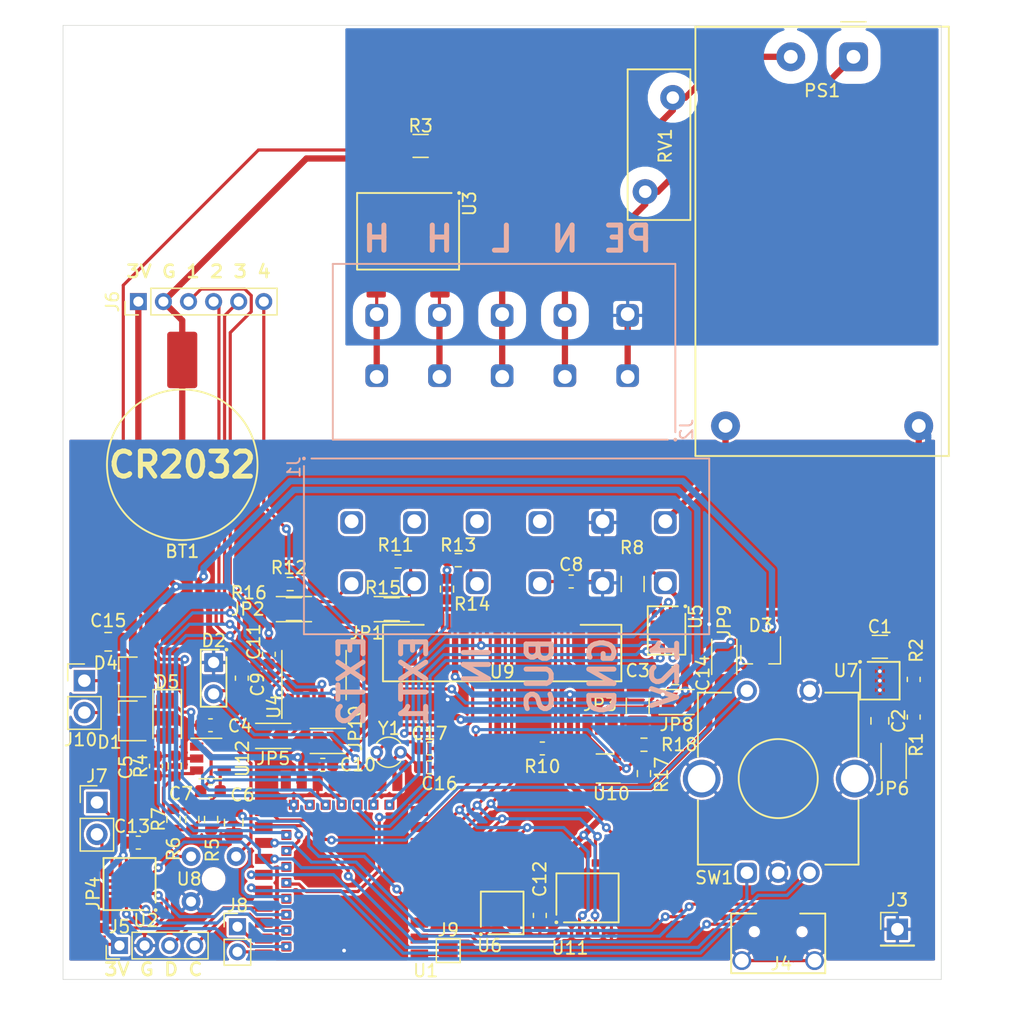
<source format=kicad_pcb>
(kicad_pcb (version 20171130) (host pcbnew "(5.1.9-0-10_14)")
  (layers (0 F.Cu signal) (31 B.Cu signal) (34 B.Paste user hide) (35 F.Paste user hide) (36 B.SilkS user) (37 F.SilkS user) (38 B.Mask user hide) (39 F.Mask user hide) (44 Edge.Cuts user))
  (net 0 "")
  (net 1 +12V)
  (net 2 GND)
  (net 3 +3V3)
  (net 4 H2)
  (net 5 H1)
  (net 6 PE)
  (net 7 N)
  (net 8 L)
  (net 9 USB_D+)
  (net 10 USB_D-)
  (net 11 SWDIO)
  (net 12 SWDCLK)
  (net 13 "Net-(R1-Pad2)")
  (net 14 "Net-(U2-Pad5)")
  (net 15 "Net-(U2-Pad12)")
  (net 16 "Net-(U2-Pad13)")
  (net 17 "Net-(U3-Pad3)")
  (net 18 POTI_A)
  (net 19 POTI_B)
  (net 20 "Net-(U7-Pad7)")
  (net 21 "Net-(U7-Pad8)")
  (net 22 "Net-(J4-Pad4)")
  (net 23 "Net-(C3-Pad1)")
  (net 24 H)
  (net 25 "Net-(R10-Pad1)")
  (net 26 "Net-(U9-Pad4)")
  (net 27 DISP_CS)
  (net 28 "Net-(U9-Pad15)")
  (net 29 "Net-(J7-Pad2)")
  (net 30 "Net-(J7-Pad1)")
  (net 31 "Net-(C2-Pad1)")
  (net 32 "Net-(JP1-Pad2)")
  (net 33 "Net-(JP2-Pad2)")
  (net 34 "Net-(JP3-Pad2)")
  (net 35 "Net-(R3-Pad2)")
  (net 36 RESET)
  (net 37 "Net-(U1-Pad25)")
  (net 38 "Net-(U10-Pad5)")
  (net 39 "Net-(U3-Pad5)")
  (net 40 "Net-(U2-Pad6)")
  (net 41 "Net-(BT1-Pad1)")
  (net 42 BS)
  (net 43 "Net-(C10-Pad1)")
  (net 44 "Net-(JP5-Pad1)")
  (net 45 "Net-(C16-Pad1)")
  (net 46 "Net-(C17-Pad1)")
  (net 47 "Net-(J8-Pad2)")
  (net 48 "Net-(J8-Pad1)")
  (net 49 EN_12V)
  (net 50 "Net-(JP3-Pad3)")
  (net 51 "Net-(JP4-Pad2)")
  (net 52 BUS)
  (net 53 EXT1)
  (net 54 EXT2)
  (net 55 USB_VBUS)
  (net 56 PIN2)
  (net 57 PIN1)
  (net 58 IN)
  (net 59 BUS_RX)
  (net 60 PIN3)
  (net 61 BUS_TX)
  (net 62 BUS_EN)
  (net 63 SPI_MISO)
  (net 64 SPI_SCK)
  (net 65 SPI_MOSI)
  (net 66 BME_CS)
  (net 67 AD)
  (net 68 BUTTON)
  (net 69 AU_LRCLK)
  (net 70 AU_BCLK)
  (net 71 AU_DIN)
  (net 72 AU_EN)
  (net 73 +3.3VA)
  (net 74 "Net-(C5-Pad2)")
  (net 75 MD_N)
  (net 76 MD_P)
  (net 77 "Net-(C7-Pad1)")
  (net 78 FERAM_CS)
  (net 79 PIN4)
  (net 80 "Net-(J9-Pad1)")
  (net 81 "Net-(C15-Pad2)")
  (net 82 "Net-(D1-Pad3)")
  (net 83 "Net-(D4-Pad3)")
  (module TestPoint:TestPoint_Pad_1.5x1.5mm (layer F.Cu) (at 95.7 135.7)
    (fp_text reference J9 (at 0 -1.648) (layer F.SilkS))
    (fp_text value Conn_01x01)
    (pad 1 smd rect (at 0 0) (size 1.5 1.5) (layers F.Cu F.Mask) (net 80 "Net-(J9-Pad1)"))
  )
  (module Diode_SMD:D_1206_3216Metric (layer F.Cu) (at 73.3 117.2 270)
    (fp_text reference D5 (at -2.9 0 180) (layer F.SilkS))
    (fp_text value D_Zener_Small)
    (pad 2 smd roundrect (at 1.4 0 270) (size 1.25 1.75) (layers F.Cu F.Paste F.Mask) (roundrect_rratio 0.2) (net 2 GND))
    (pad 1 smd roundrect (at -1.4 0 270) (size 1.25 1.75) (layers F.Cu F.Paste F.Mask) (roundrect_rratio 0.2) (net 81 "Net-(C15-Pad2)"))
  )
  (module Connector_PinHeader_2.54mm:PinHeader_1x02_P2.54mm_Vertical (layer F.Cu) (at 66.7 114.2)
    (fp_text reference J10 (at -0.3 4.7) (layer F.SilkS))
    (fp_text value Conn_01x02)
    (pad 2 thru_hole oval (at 0 2.54) (size 1.7 1.7) (drill 1) (layers *.Cu *.Mask) (net 82 "Net-(D1-Pad3)"))
    (pad 1 thru_hole rect (at 0 0) (size 1.7 1.7) (drill 1) (layers *.Cu *.Mask) (net 83 "Net-(D4-Pad3)"))
  )
  (module Package_TO_SOT_SMD:SOT-23 (layer F.Cu) (at 70.2 113.9 180)
    (fp_text reference D4 (at 1.8 1.1) (layer F.SilkS))
    (fp_text value BAS40-04)
    (pad 3 smd rect (at 1 0 180) (size 0.9 0.8) (layers F.Cu F.Paste F.Mask) (net 83 "Net-(D4-Pad3)"))
    (pad 2 smd rect (at -1 0.95 180) (size 0.9 0.8) (layers F.Cu F.Paste F.Mask) (net 81 "Net-(C15-Pad2)"))
    (pad 1 smd rect (at -1 -0.95 180) (size 0.9 0.8) (layers F.Cu F.Paste F.Mask) (net 2 GND))
  )
  (module Package_TO_SOT_SMD:SOT-23 (layer F.Cu) (at 70.2 117.4 180)
    (fp_text reference D1 (at 1.5 -1.7) (layer F.SilkS))
    (fp_text value BAS40-04)
    (pad 3 smd rect (at 1 0 180) (size 0.9 0.8) (layers F.Cu F.Paste F.Mask) (net 82 "Net-(D1-Pad3)"))
    (pad 2 smd rect (at -1 0.95 180) (size 0.9 0.8) (layers F.Cu F.Paste F.Mask) (net 81 "Net-(C15-Pad2)"))
    (pad 1 smd rect (at -1 -0.95 180) (size 0.9 0.8) (layers F.Cu F.Paste F.Mask) (net 2 GND))
  )
  (module Capacitor_SMD:C_0805_2012Metric (layer F.Cu) (at 68.6 111.1)
    (fp_text reference C15 (at 0 -1.68) (layer F.SilkS))
    (fp_text value 22u/6V3)
    (pad 2 smd roundrect (at 0.95 0) (size 1 1.45) (layers F.Cu F.Paste F.Mask) (net 81 "Net-(C15-Pad2)"))
    (pad 1 smd roundrect (at -0.95 0) (size 1 1.45) (layers F.Cu F.Paste F.Mask) (net 2 GND))
  )
  (module Connector_PinHeader_2.00mm:PinHeader_1x06_P2.00mm_Vertical (layer F.Cu) (at 71 84 90)
    (fp_text reference J6 (at 0 -2.06 90) (layer F.SilkS))
    (fp_text value Conn_01x06)
    (pad 6 thru_hole oval (at 0 10 90) (size 1.35 1.35) (drill 0.8) (layers *.Cu *.Mask) (net 79 PIN4))
    (pad 5 thru_hole oval (at 0 8 90) (size 1.35 1.35) (drill 0.8) (layers *.Cu *.Mask) (net 60 PIN3))
    (pad 4 thru_hole oval (at 0 6 90) (size 1.35 1.35) (drill 0.8) (layers *.Cu *.Mask) (net 56 PIN2))
    (pad 3 thru_hole oval (at 0 4 90) (size 1.35 1.35) (drill 0.8) (layers *.Cu *.Mask) (net 57 PIN1))
    (pad 2 thru_hole oval (at 0 2 90) (size 1.35 1.35) (drill 0.8) (layers *.Cu *.Mask) (net 2 GND))
    (pad 1 thru_hole rect (at 0 0 90) (size 1.35 1.35) (drill 0.8) (layers *.Cu *.Mask) (net 3 +3V3))
  )
  (module Resistor_SMD:R_0603_1608Metric (layer F.Cu) (at 111.3 119.3 180)
    (fp_text reference R18 (at -2.8 0) (layer F.SilkS))
    (fp_text value 10k)
    (pad 2 smd roundrect (at 0.825 0 180) (size 0.8 0.95) (layers F.Cu F.Paste F.Mask) (net 2 GND))
    (pad 1 smd roundrect (at -0.825 0 180) (size 0.8 0.95) (layers F.Cu F.Paste F.Mask) (net 49 EN_12V))
  )
  (module Resistor_SMD:R_0603_1608Metric (layer F.Cu) (at 111.3 121.6 90)
    (fp_text reference R17 (at -0.1 1.4 270) (layer F.SilkS))
    (fp_text value 47k)
    (pad 2 smd roundrect (at 0.825 0 90) (size 0.8 0.95) (layers F.Cu F.Paste F.Mask) (net 49 EN_12V))
    (pad 1 smd roundrect (at -0.825 0 90) (size 0.8 0.95) (layers F.Cu F.Paste F.Mask) (net 1 +12V))
  )
  (module Resistor_SMD:R_0603_1608Metric (layer F.Cu) (at 73.8 125.25 90)
    (fp_text reference R7 (at 0 -1.2 90) (layer F.SilkS))
    (fp_text value 10M)
    (pad 2 smd roundrect (at 0.825 0 90) (size 0.8 0.95) (layers F.Cu F.Paste F.Mask) (net 76 MD_P))
    (pad 1 smd roundrect (at -0.825 0 90) (size 0.8 0.95) (layers F.Cu F.Paste F.Mask) (net 77 "Net-(C7-Pad1)"))
  )
  (module Package_TO_SOT_SMD:SOT-23-5 (layer F.Cu) (at 76.75 120.4)
    (fp_text reference U12 (at 2.55 0 90) (layer F.SilkS))
    (fp_text value MCP6001-OT)
    (pad 5 smd rect (at 1.1 -0.95) (size 1.06 0.65) (layers F.Cu F.Paste F.Mask) (net 73 +3.3VA))
    (pad 4 smd rect (at 1.1 0.95) (size 1.06 0.65) (layers F.Cu F.Paste F.Mask) (net 77 "Net-(C7-Pad1)"))
    (pad 3 smd rect (at -1.1 0.95) (size 1.06 0.65) (layers F.Cu F.Paste F.Mask) (net 74 "Net-(C5-Pad2)"))
    (pad 2 smd rect (at -1.1 0) (size 1.06 0.65) (layers F.Cu F.Paste F.Mask) (net 2 GND))
    (pad 1 smd rect (at -1.1 -0.95) (size 1.06 0.65) (layers F.Cu F.Paste F.Mask) (net 76 MD_P))
  )
  (module RoomControl:MR45V064B (layer F.Cu) (at 106.8 131.5 90)
    (fp_text reference U11 (at -4 -1.4 180) (layer F.SilkS))
    (fp_text value MR45V064B)
    (pad 5 smd roundrect (at 2.775 1.905 90) (size 0.6 0.6) (layers F.Cu F.Paste F.Mask) (roundrect_rratio 0.1) (net 65 SPI_MOSI))
    (pad 4 smd roundrect (at -2.775 1.905 90) (size 0.6 0.6) (layers F.Cu F.Paste F.Mask) (roundrect_rratio 0.1) (net 2 GND))
    (pad 6 smd roundrect (at 2.775 0.635 90) (size 0.6 0.6) (layers F.Cu F.Paste F.Mask) (roundrect_rratio 0.1) (net 64 SPI_SCK))
    (pad 3 smd roundrect (at -2.775 0.635 90) (size 0.6 0.6) (layers F.Cu F.Paste F.Mask) (roundrect_rratio 0.1) (net 3 +3V3))
    (pad 7 smd roundrect (at 2.775 -0.635 90) (size 0.6 0.6) (layers F.Cu F.Paste F.Mask) (roundrect_rratio 0.1) (net 3 +3V3))
    (pad 2 smd roundrect (at -2.775 -0.635 90) (size 0.6 0.6) (layers F.Cu F.Paste F.Mask) (roundrect_rratio 0.1) (net 63 SPI_MISO))
    (pad 8 smd roundrect (at 2.775 -1.905 90) (size 0.6 0.6) (layers F.Cu F.Paste F.Mask) (roundrect_rratio 0.1) (net 3 +3V3))
    (pad 1 smd roundrect (at -2.775 -1.905 90) (size 0.6 0.6) (layers F.Cu F.Paste F.Mask) (roundrect_rratio 0.1) (net 78 FERAM_CS))
  )
  (module Resistor_SMD:R_0603_1608Metric (layer F.Cu) (at 75.3 125.25 90)
    (fp_text reference R6 (at -2.35 -1.5 90) (layer F.SilkS))
    (fp_text value 10M)
    (pad 2 smd roundrect (at 0.825 0 90) (size 0.8 0.95) (layers F.Cu F.Paste F.Mask) (net 76 MD_P))
    (pad 1 smd roundrect (at -0.825 0 90) (size 0.8 0.95) (layers F.Cu F.Paste F.Mask) (net 77 "Net-(C7-Pad1)"))
  )
  (module Resistor_SMD:R_0603_1608Metric (layer F.Cu) (at 76.8 125.25 90)
    (fp_text reference R5 (at -2.45 0.1 90) (layer F.SilkS))
    (fp_text value 33k)
    (pad 2 smd roundrect (at 0.825 0 90) (size 0.8 0.95) (layers F.Cu F.Paste F.Mask) (net 77 "Net-(C7-Pad1)"))
    (pad 1 smd roundrect (at -0.825 0 90) (size 0.8 0.95) (layers F.Cu F.Paste F.Mask) (net 75 MD_N))
  )
  (module Resistor_SMD:R_0603_1608Metric (layer F.Cu) (at 73.9 121 270)
    (fp_text reference R4 (at 0 2.7 90) (layer F.SilkS))
    (fp_text value 33k)
    (pad 2 smd roundrect (at 0.825 0 270) (size 0.8 0.95) (layers F.Cu F.Paste F.Mask) (net 74 "Net-(C5-Pad2)"))
    (pad 1 smd roundrect (at -0.825 0 270) (size 0.8 0.95) (layers F.Cu F.Paste F.Mask) (net 2 GND))
  )
  (module RoomControl:Jumper2 (layer F.Cu) (at 86.1 119)
    (fp_text reference JP10 (at 2.2 -1 270) (layer F.SilkS))
    (fp_text value SolderJumper_2_Open)
    (pad 1 smd custom (at -0.68 0) (size 0.3 0.3) (layers F.Cu F.Mask) (net 81 "Net-(C15-Pad2)") (options (clearance outline) (anchor rect)) (primitives (gr_poly (pts (xy -0.5 -0.75) (xy 0.3 -0.75) (xy 0.8 0) (xy 0.3 0.75) (xy -0.5 0.75)) (width 0))))
    (pad 2 smd custom (at 0.68 0) (size 0.3 0.3) (layers F.Cu F.Mask) (net 43 "Net-(C10-Pad1)") (options (clearance outline) (anchor rect)) (primitives (gr_poly (pts (xy -0.8 -0.75) (xy 0.5 -0.75) (xy 0.5 0.75) (xy -0.8 0.75) (xy -0.3 0)) (width 0))))
  )
  (module Capacitor_SMD:C_0603_1608Metric (layer F.Cu) (at 76.75 123 180)
    (fp_text reference C7 (at 2.35 -0.2) (layer F.SilkS))
    (fp_text value 10n)
    (pad 2 smd roundrect (at 0.775 0 180) (size 0.9 0.95) (layers F.Cu F.Paste F.Mask) (net 76 MD_P))
    (pad 1 smd roundrect (at -0.775 0 180) (size 0.9 0.95) (layers F.Cu F.Paste F.Mask) (net 77 "Net-(C7-Pad1)"))
  )
  (module Capacitor_SMD:C_0805_2012Metric (layer F.Cu) (at 78.6 125.5 90)
    (fp_text reference C6 (at 2.2 0.7 180) (layer F.SilkS))
    (fp_text value 22u/6V3)
    (pad 2 smd roundrect (at 0.95 0 90) (size 1 1.45) (layers F.Cu F.Paste F.Mask) (net 75 MD_N))
    (pad 1 smd roundrect (at -0.95 0 90) (size 1 1.45) (layers F.Cu F.Paste F.Mask) (net 2 GND))
  )
  (module Capacitor_SMD:C_0603_1608Metric (layer F.Cu) (at 72.4 121 270)
    (fp_text reference C5 (at 0.1 2.4 90) (layer F.SilkS))
    (fp_text value 10n)
    (pad 2 smd roundrect (at 0.775 0 270) (size 0.9 0.95) (layers F.Cu F.Paste F.Mask) (net 74 "Net-(C5-Pad2)"))
    (pad 1 smd roundrect (at -0.775 0 270) (size 0.9 0.95) (layers F.Cu F.Paste F.Mask) (net 2 GND))
  )
  (module Capacitor_SMD:C_0603_1608Metric (layer F.Cu) (at 76.75 117.75)
    (fp_text reference C4 (at 2.35 0.05) (layer F.SilkS))
    (fp_text value 100n)
    (pad 2 smd roundrect (at 0.775 0) (size 0.9 0.95) (layers F.Cu F.Paste F.Mask) (net 73 +3.3VA))
    (pad 1 smd roundrect (at -0.775 0) (size 0.9 0.95) (layers F.Cu F.Paste F.Mask) (net 2 GND))
  )
  (module Connector_PinHeader_2.54mm:PinHeader_1x01_P2.54mm_Vertical (layer F.Cu) (at 131.5 134)
    (fp_text reference J3 (at 0 -2.33) (layer F.SilkS))
    (fp_text value Conn_01x01)
    (pad 1 thru_hole rect (at 0 0) (size 1.7 1.7) (drill 1) (layers *.Cu *.Mask) (net 2 GND))
  )
  (module RoomControl:PEC12R (layer F.Cu) (at 122 122)
    (fp_text reference SW1 (at -5.1 7.9) (layer F.SilkS))
    (fp_text value PEC12R-4217F-S0024)
    (pad 5 thru_hole circle (at 2.5 -7) (size 1.6 1.6) (drill 1) (layers *.Cu *.Mask) (net 2 GND))
    (pad 4 thru_hole circle (at -2.5 -7) (size 1.6 1.6) (drill 1) (layers *.Cu *.Mask) (net 68 BUTTON))
    (pad 6 thru_hole circle (at -6.1 0) (size 3 3) (drill 2.2) (layers *.Cu *.Mask) (net 2 GND))
    (pad 6 thru_hole circle (at 6.1 0) (size 3 3) (drill 2.2) (layers *.Cu *.Mask) (net 2 GND))
    (pad 3 thru_hole circle (at 2.5 7.5) (size 1.6 1.6) (drill 1) (layers *.Cu *.Mask) (net 19 POTI_B))
    (pad 2 thru_hole circle (at 0 7.5) (size 1.6 1.6) (drill 1) (layers *.Cu *.Mask) (net 2 GND))
    (pad 1 thru_hole roundrect (at -2.5 7.5) (size 1.6 1.6) (drill 1) (layers *.Cu *.Mask) (net 18 POTI_A))
  )
  (module RoomControl:HLK-PMxx (layer F.Cu) (at 128 64.5 270)
    (fp_text reference PS1 (at 2.7 2.5) (layer F.SilkS))
    (fp_text value HLK-PM12)
    (pad 4 thru_hole circle (at 29.4 10.2 270) (size 2.3 2.3) (drill 1.1) (layers *.Cu *.Mask) (net 1 +12V))
    (pad 2 thru_hole circle (at 0 5 270) (size 2.3 2.3) (drill 1.1) (layers *.Cu *.Mask) (net 8 L))
    (pad 1 thru_hole roundrect (at 0 0 270) (size 2.3 2.3) (drill 1.1) (layers *.Cu *.Mask) (net 7 N))
    (pad 3 thru_hole circle (at 29.4 -5.2 270) (size 2.3 2.3) (drill 1.1) (layers *.Cu *.Mask) (net 2 GND))
  )
  (module RoomControl:DiodeHoles (layer F.Cu) (at 77 114 270)
    (fp_text reference D2 (at -3 0 180) (layer F.SilkS))
    (fp_text value D_Photo)
    (pad 2 thru_hole circle (at 1.25 0 270) (size 1.5 1.5) (drill 0.9) (layers *.Cu *.Mask) (net 42 BS))
    (pad 1 thru_hole roundrect (at -1.25 0 270) (size 1.5 1.5) (drill 0.9) (layers *.Cu *.Mask) (roundrect_rratio 0.05) (net 2 GND))
  )
  (module RoomControl:E73-2G4M08S1C-52840 (layer F.Cu) (at 87.2 130.3)
    (fp_text reference U1 (at 6.7 7 180) (layer F.SilkS))
    (fp_text value E73-2G4M08S1C-52840)
    (pad 42 thru_hole roundrect (at -4.4 5.08) (size 0.8 0.6) (drill 0.3) (layers *.Cu *.Mask) (net 69 AU_LRCLK))
    (pad 42 smd roundrect (at -4.4 5.08) (size 0.8 0.8) (layers F.Cu F.Paste F.Mask) (roundrect_rratio 0.05) (net 69 AU_LRCLK))
    (pad 40 thru_hole roundrect (at -4.4 3.81) (size 0.8 0.6) (drill 0.3) (layers *.Cu *.Mask) (net 70 AU_BCLK))
    (pad 40 smd roundrect (at -4.4 3.81) (size 0.8 0.8) (layers F.Cu F.Paste F.Mask) (roundrect_rratio 0.05) (net 70 AU_BCLK))
    (pad 38 thru_hole roundrect (at -4.4 2.54) (size 0.8 0.6) (drill 0.3) (layers *.Cu *.Mask) (net 71 AU_DIN))
    (pad 38 smd roundrect (at -4.4 2.54) (size 0.8 0.8) (layers F.Cu F.Paste F.Mask) (roundrect_rratio 0.05) (net 71 AU_DIN))
    (pad 36 thru_hole roundrect (at -4.4 1.27) (size 0.8 0.6) (drill 0.3) (layers *.Cu *.Mask) (net 72 AU_EN))
    (pad 36 smd roundrect (at -4.4 1.27) (size 0.8 0.8) (layers F.Cu F.Paste F.Mask) (roundrect_rratio 0.05) (net 72 AU_EN))
    (pad 34 thru_hole roundrect (at -4.4 0) (size 0.8 0.6) (drill 0.3) (layers *.Cu *.Mask) (net 59 BUS_RX))
    (pad 34 smd roundrect (at -4.4 0) (size 0.8 0.8) (layers F.Cu F.Paste F.Mask) (roundrect_rratio 0.05) (net 59 BUS_RX))
    (pad 32 thru_hole roundrect (at -4.4 -1.27) (size 0.8 0.6) (drill 0.3) (layers *.Cu *.Mask) (net 57 PIN1))
    (pad 32 smd roundrect (at -4.4 -1.27) (size 0.8 0.8) (layers F.Cu F.Paste F.Mask) (roundrect_rratio 0.05) (net 57 PIN1))
    (pad 30 thru_hole roundrect (at -4.4 -2.54) (size 0.8 0.6) (drill 0.3) (layers *.Cu *.Mask) (net 56 PIN2))
    (pad 30 smd roundrect (at -4.4 -2.54) (size 0.8 0.8) (layers F.Cu F.Paste F.Mask) (roundrect_rratio 0.05) (net 56 PIN2))
    (pad 28 thru_hole roundrect (at -4.4 -3.81) (size 0.8 0.6) (drill 0.3) (layers *.Cu *.Mask) (net 60 PIN3))
    (pad 28 smd roundrect (at -4.4 -3.81) (size 0.8 0.8) (layers F.Cu F.Paste F.Mask) (roundrect_rratio 0.05) (net 60 PIN3))
    (pad 43 smd roundrect (at -6.2 5.715) (size 1.4 0.8) (layers F.Cu F.Paste F.Mask) (roundrect_rratio 0.05) (net 47 "Net-(J8-Pad2)"))
    (pad 41 smd roundrect (at -6.2 4.445) (size 1.4 0.8) (layers F.Cu F.Paste F.Mask) (roundrect_rratio 0.05) (net 48 "Net-(J8-Pad1)"))
    (pad 39 smd roundrect (at -6.2 3.175) (size 1.4 0.8) (layers F.Cu F.Paste F.Mask) (roundrect_rratio 0.05) (net 12 SWDCLK))
    (pad 37 smd roundrect (at -6.2 1.905) (size 1.4 0.8) (layers F.Cu F.Paste F.Mask) (roundrect_rratio 0.05) (net 11 SWDIO))
    (pad 35 smd roundrect (at -6.2 0.635) (size 1.4 0.8) (layers F.Cu F.Paste F.Mask) (roundrect_rratio 0.05) (net 19 POTI_B))
    (pad 33 smd roundrect (at -6.2 -0.635) (size 1.4 0.8) (layers F.Cu F.Paste F.Mask) (roundrect_rratio 0.05) (net 18 POTI_A))
    (pad 31 smd roundrect (at -6.2 -1.905) (size 1.4 0.8) (layers F.Cu F.Paste F.Mask) (roundrect_rratio 0.05) (net 9 USB_D+))
    (pad 29 smd roundrect (at -6.2 -3.175) (size 1.4 0.8) (layers F.Cu F.Paste F.Mask) (roundrect_rratio 0.05) (net 10 USB_D-))
    (pad 27 smd roundrect (at -6.2 -4.445) (size 1.4 0.8) (layers F.Cu F.Paste F.Mask) (roundrect_rratio 0.05) (net 55 USB_VBUS))
    (pad 26 smd roundrect (at -6.2 -5.715) (size 1.4 0.8) (layers F.Cu F.Paste F.Mask) (roundrect_rratio 0.05) (net 68 BUTTON))
    (pad 24 thru_hole roundrect (at -3.81 -6.215) (size 0.6 0.8) (drill 0.3) (layers *.Cu *.Mask) (net 2 GND))
    (pad 24 smd roundrect (at -3.81 -6.215) (size 0.8 0.8) (layers F.Cu F.Paste F.Mask) (roundrect_rratio 0.05) (net 2 GND))
    (pad 22 thru_hole roundrect (at -2.54 -6.215) (size 0.6 0.8) (drill 0.3) (layers *.Cu *.Mask) (net 24 H))
    (pad 22 smd roundrect (at -2.54 -6.215) (size 0.8 0.8) (layers F.Cu F.Paste F.Mask) (roundrect_rratio 0.05) (net 24 H))
    (pad 20 thru_hole roundrect (at -1.27 -6.215) (size 0.6 0.8) (drill 0.3) (layers *.Cu *.Mask) (net 79 PIN4))
    (pad 20 smd roundrect (at -1.27 -6.215) (size 0.8 0.8) (layers F.Cu F.Paste F.Mask) (roundrect_rratio 0.05) (net 79 PIN4))
    (pad 18 thru_hole roundrect (at 0 -6.215) (size 0.6 0.8) (drill 0.3) (layers *.Cu *.Mask) (net 76 MD_P))
    (pad 18 smd roundrect (at 0 -6.215) (size 0.8 0.8) (layers F.Cu F.Paste F.Mask) (roundrect_rratio 0.05) (net 76 MD_P))
    (pad 16 thru_hole roundrect (at 1.27 -6.215) (size 0.6 0.8) (drill 0.3) (layers *.Cu *.Mask) (net 61 BUS_TX))
    (pad 16 smd roundrect (at 1.27 -6.215) (size 0.8 0.8) (layers F.Cu F.Paste F.Mask) (roundrect_rratio 0.05) (net 61 BUS_TX))
    (pad 14 thru_hole roundrect (at 2.54 -6.215) (size 0.6 0.8) (drill 0.3) (layers *.Cu *.Mask) (net 62 BUS_EN))
    (pad 14 smd roundrect (at 2.54 -6.215) (size 0.8 0.8) (layers F.Cu F.Paste F.Mask) (roundrect_rratio 0.05) (net 62 BUS_EN))
    (pad 12 thru_hole roundrect (at 3.81 -6.215) (size 0.6 0.8) (drill 0.3) (layers *.Cu *.Mask) (net 36 RESET))
    (pad 12 smd roundrect (at 3.81 -6.215) (size 0.8 0.8) (layers F.Cu F.Paste F.Mask) (roundrect_rratio 0.05) (net 36 RESET))
    (pad 25 smd roundrect (at -4.445 -8.015) (size 0.8 1.4) (layers F.Cu F.Paste F.Mask) (roundrect_rratio 0.05) (net 37 "Net-(U1-Pad25)"))
    (pad 23 smd roundrect (at -3.175 -8.015) (size 0.8 1.4) (layers F.Cu F.Paste F.Mask) (roundrect_rratio 0.05) (net 81 "Net-(C15-Pad2)"))
    (pad 21 smd roundrect (at -1.905 -8.015) (size 0.8 1.4) (layers F.Cu F.Paste F.Mask) (roundrect_rratio 0.05) (net 2 GND))
    (pad 19 smd roundrect (at -0.635 -8.015) (size 0.8 1.4) (layers F.Cu F.Paste F.Mask) (roundrect_rratio 0.05) (net 43 "Net-(C10-Pad1)"))
    (pad 17 smd roundrect (at 0.635 -8.015) (size 0.8 1.4) (layers F.Cu F.Paste F.Mask) (roundrect_rratio 0.05) (net 27 DISP_CS))
    (pad 15 smd roundrect (at 1.905 -8.015) (size 0.8 1.4) (layers F.Cu F.Paste F.Mask) (roundrect_rratio 0.05) (net 42 BS))
    (pad 13 smd roundrect (at 3.175 -8.015) (size 0.8 1.4) (layers F.Cu F.Paste F.Mask) (roundrect_rratio 0.05) (net 46 "Net-(C17-Pad1)"))
    (pad 11 smd roundrect (at 4.445 -8.015) (size 0.8 1.4) (layers F.Cu F.Paste F.Mask) (roundrect_rratio 0.05) (net 45 "Net-(C16-Pad1)"))
    (pad 10 smd roundrect (at 6.2 -5.715) (size 1.4 0.8) (layers F.Cu F.Paste F.Mask) (roundrect_rratio 0.05) (net 67 AD))
    (pad 9 smd roundrect (at 6.2 -4.445) (size 1.4 0.8) (layers F.Cu F.Paste F.Mask) (roundrect_rratio 0.05) (net 49 EN_12V))
    (pad 8 smd roundrect (at 6.2 -3.175) (size 1.4 0.8) (layers F.Cu F.Paste F.Mask) (roundrect_rratio 0.05) (net 63 SPI_MISO))
    (pad 7 smd roundrect (at 6.2 -1.905) (size 1.4 0.8) (layers F.Cu F.Paste F.Mask) (roundrect_rratio 0.05) (net 64 SPI_SCK))
    (pad 6 smd roundrect (at 6.2 -0.635) (size 1.4 0.8) (layers F.Cu F.Paste F.Mask) (roundrect_rratio 0.05) (net 65 SPI_MOSI))
    (pad 5 smd roundrect (at 6.2 0.635) (size 1.4 0.8) (layers F.Cu F.Paste F.Mask) (roundrect_rratio 0.05) (net 2 GND))
    (pad 4 smd roundrect (at 6.2 1.905) (size 1.4 0.8) (layers F.Cu F.Paste F.Mask) (roundrect_rratio 0.05) (net 75 MD_N))
    (pad 3 smd roundrect (at 6.2 3.175) (size 1.4 0.8) (layers F.Cu F.Paste F.Mask) (roundrect_rratio 0.05) (net 66 BME_CS))
    (pad 2 smd roundrect (at 6.2 4.445) (size 1.4 0.8) (layers F.Cu F.Paste F.Mask) (roundrect_rratio 0.05) (net 78 FERAM_CS))
    (pad 1 smd roundrect (at 6.2 5.715) (size 1.4 0.8) (layers F.Cu F.Paste F.Mask) (roundrect_rratio 0.05) (net 80 "Net-(J9-Pad1)"))
  )
  (module RoomControl:TPS82130 (layer F.Cu) (at 130.1 114.2)
    (fp_text reference U7 (at -2.7 -0.8) (layer F.SilkS))
    (fp_text value TPS82130)
    (pad 9 thru_hole circle (at 0 0.75) (size 0.4 0.4) (drill 0.3) (layers *.Cu) (net 2 GND))
    (pad 9 thru_hole circle (at 0 0) (size 0.4 0.4) (drill 0.3) (layers *.Cu) (net 2 GND))
    (pad 9 thru_hole circle (at 0 -0.75) (size 0.4 0.4) (drill 0.3) (layers *.Cu) (net 2 GND))
    (pad 9 smd roundrect (at 0 0) (size 1.1 1.9) (layers F.Cu F.Mask) (roundrect_rratio 0.05) (net 2 GND))
    (pad 5 smd roundrect (at 1.05 0.975) (size 0.5 0.4) (layers F.Cu F.Paste F.Mask) (roundrect_rratio 0.1) (net 31 "Net-(C2-Pad1)"))
    (pad 4 smd roundrect (at -1.05 0.975) (size 0.5 0.4) (layers F.Cu F.Paste F.Mask) (roundrect_rratio 0.1) (net 31 "Net-(C2-Pad1)"))
    (pad 6 smd roundrect (at 1.05 0.325) (size 0.5 0.4) (layers F.Cu F.Paste F.Mask) (roundrect_rratio 0.1) (net 13 "Net-(R1-Pad2)"))
    (pad 3 smd roundrect (at -1.05 0.325) (size 0.5 0.4) (layers F.Cu F.Paste F.Mask) (roundrect_rratio 0.1) (net 2 GND))
    (pad 7 smd roundrect (at 1.05 -0.325) (size 0.5 0.4) (layers F.Cu F.Paste F.Mask) (roundrect_rratio 0.1) (net 20 "Net-(U7-Pad7)"))
    (pad 2 smd roundrect (at -1.05 -0.325) (size 0.5 0.4) (layers F.Cu F.Paste F.Mask) (roundrect_rratio 0.1) (net 1 +12V))
    (pad 8 smd roundrect (at 1.05 -0.975) (size 0.5 0.4) (layers F.Cu F.Paste F.Mask) (roundrect_rratio 0.1) (net 21 "Net-(U7-Pad8)"))
    (pad 1 smd roundrect (at -1.05 -0.975) (size 0.5 0.4) (layers F.Cu F.Paste F.Mask) (roundrect_rratio 0.1) (net 1 +12V))
  )
  (module RoomControl:BME680 (layer F.Cu) (at 100 132.7 180)
    (fp_text reference U6 (at 1 -2.6) (layer F.SilkS))
    (fp_text value BME680)
    (pad 5 smd roundrect (at -1.2 1.2 180) (size 0.45 0.45) (layers F.Cu F.Paste F.Mask) (roundrect_rratio 0.1) (net 63 SPI_MISO))
    (pad 4 smd roundrect (at 1.2 1.2 180) (size 0.45 0.45) (layers F.Cu F.Paste F.Mask) (roundrect_rratio 0.1) (net 64 SPI_SCK))
    (pad 6 smd roundrect (at -1.2 0.4 180) (size 0.45 0.45) (layers F.Cu F.Paste F.Mask) (roundrect_rratio 0.1) (net 3 +3V3))
    (pad 3 smd roundrect (at 1.2 0.4 180) (size 0.45 0.45) (layers F.Cu F.Paste F.Mask) (roundrect_rratio 0.1) (net 65 SPI_MOSI))
    (pad 7 smd roundrect (at -1.2 -0.4 180) (size 0.45 0.45) (layers F.Cu F.Paste F.Mask) (roundrect_rratio 0.1) (net 2 GND))
    (pad 2 smd roundrect (at 1.2 -0.4 180) (size 0.45 0.45) (layers F.Cu F.Paste F.Mask) (roundrect_rratio 0.1) (net 66 BME_CS))
    (pad 8 smd roundrect (at -1.2 -1.2 180) (size 0.45 0.45) (layers F.Cu F.Paste F.Mask) (roundrect_rratio 0.1) (net 3 +3V3))
    (pad 1 smd roundrect (at 1.2 -1.2 180) (size 0.45 0.45) (layers F.Cu F.Paste F.Mask) (roundrect_rratio 0.1) (net 2 GND))
  )
  (module RoomControl:NCV7428MW (layer F.Cu) (at 113.1 110.2 270)
    (fp_text reference U5 (at -1.1 -2.3 90) (layer F.SilkS))
    (fp_text value NCV7428MW3)
    (pad 9 smd roundrect (at 0 0 270) (size 1.6 2.56) (layers F.Cu F.Mask) (roundrect_rratio 0.05) (net 2 GND))
    (pad 5 smd roundrect (at 1.35 0.975 270) (size 0.6 0.4) (layers F.Cu F.Paste F.Mask) (roundrect_rratio 0.1) (net 59 BUS_RX))
    (pad 4 smd roundrect (at -1.35 0.975 270) (size 0.6 0.4) (layers F.Cu F.Paste F.Mask) (roundrect_rratio 0.1) (net 52 BUS))
    (pad 6 smd roundrect (at 1.35 0.325 270) (size 0.6 0.4) (layers F.Cu F.Paste F.Mask) (roundrect_rratio 0.1) (net 61 BUS_TX))
    (pad 3 smd roundrect (at -1.35 0.325 270) (size 0.6 0.4) (layers F.Cu F.Paste F.Mask) (roundrect_rratio 0.1) (net 2 GND))
    (pad 7 smd roundrect (at 1.35 -0.325 270) (size 0.6 0.4) (layers F.Cu F.Paste F.Mask) (roundrect_rratio 0.1) (net 36 RESET))
    (pad 2 smd roundrect (at -1.35 -0.325 270) (size 0.6 0.4) (layers F.Cu F.Paste F.Mask) (roundrect_rratio 0.1) (net 62 BUS_EN))
    (pad 8 smd roundrect (at 1.35 -0.975 270) (size 0.6 0.4) (layers F.Cu F.Paste F.Mask) (roundrect_rratio 0.1) (net 73 +3.3VA))
    (pad 1 smd roundrect (at -1.35 -0.975 270) (size 0.6 0.4) (layers F.Cu F.Paste F.Mask) (roundrect_rratio 0.1) (net 1 +12V))
  )
  (module RoomControl:MOC3043M (layer F.Cu) (at 92.5 78.4 270)
    (fp_text reference U3 (at -2.2 -4.9 90) (layer F.SilkS))
    (fp_text value MOC3043M)
    (pad 4 smd roundrect (at 4.5075 2.54 270) (size 1.54 1.54) (layers F.Cu F.Paste F.Mask) (roundrect_rratio 0.1) (net 5 H1))
    (pad 3 smd roundrect (at -4.5075 2.54 270) (size 1.54 1.54) (layers F.Cu F.Paste F.Mask) (roundrect_rratio 0.1) (net 17 "Net-(U3-Pad3)"))
    (pad 5 smd roundrect (at 4.5075 0 270) (size 1.54 1.54) (layers F.Cu F.Paste F.Mask) (roundrect_rratio 0.1) (net 39 "Net-(U3-Pad5)"))
    (pad 2 smd roundrect (at -4.5075 0 270) (size 1.54 1.54) (layers F.Cu F.Paste F.Mask) (roundrect_rratio 0.1) (net 2 GND))
    (pad 6 smd roundrect (at 4.5075 -2.54 270) (size 1.54 1.54) (layers F.Cu F.Paste F.Mask) (roundrect_rratio 0.1) (net 4 H2))
    (pad 1 smd roundrect (at -4.5075 -2.54 270) (size 1.54 1.54) (layers F.Cu F.Paste F.Mask) (roundrect_rratio 0.1) (net 35 "Net-(R3-Pad2)"))
  )
  (module RoomControl:MAX98357A (layer F.Cu) (at 70.3 130.4 180)
    (fp_text reference U2 (at -1.3 -2.9) (layer F.SilkS))
    (fp_text value MAX98357A)
    (pad 17 smd roundrect (at 0 0 180) (size 1.1 1.1) (layers F.Cu F.Mask) (roundrect_rratio 0.05) (net 2 GND))
    (pad 13 smd roundrect (at 0.75 -1.45 180) (size 0.25 0.7) (layers F.Cu F.Paste F.Mask) (roundrect_rratio 0.1) (net 16 "Net-(U2-Pad13)"))
    (pad 9 smd roundrect (at 1.45 0.75 180) (size 0.7 0.25) (layers F.Cu F.Paste F.Mask) (roundrect_rratio 0.1) (net 30 "Net-(J7-Pad1)"))
    (pad 8 smd roundrect (at 0.75 1.45 180) (size 0.25 0.7) (layers F.Cu F.Paste F.Mask) (roundrect_rratio 0.1) (net 3 +3V3))
    (pad 4 smd roundrect (at -1.45 0.75 180) (size 0.7 0.25) (layers F.Cu F.Paste F.Mask) (roundrect_rratio 0.1) (net 72 AU_EN))
    (pad 14 smd roundrect (at 0.25 -1.45 180) (size 0.25 0.7) (layers F.Cu F.Paste F.Mask) (roundrect_rratio 0.1) (net 69 AU_LRCLK))
    (pad 10 smd roundrect (at 1.45 0.25 180) (size 0.7 0.25) (layers F.Cu F.Paste F.Mask) (roundrect_rratio 0.1) (net 29 "Net-(J7-Pad2)"))
    (pad 7 smd roundrect (at 0.25 1.45 180) (size 0.25 0.7) (layers F.Cu F.Paste F.Mask) (roundrect_rratio 0.1) (net 3 +3V3))
    (pad 3 smd roundrect (at -1.45 0.25 180) (size 0.7 0.25) (layers F.Cu F.Paste F.Mask) (roundrect_rratio 0.1) (net 2 GND))
    (pad 15 smd roundrect (at -0.25 -1.45 180) (size 0.25 0.7) (layers F.Cu F.Paste F.Mask) (roundrect_rratio 0.1) (net 2 GND))
    (pad 11 smd roundrect (at 1.45 -0.25 180) (size 0.7 0.25) (layers F.Cu F.Paste F.Mask) (roundrect_rratio 0.1) (net 2 GND))
    (pad 6 smd roundrect (at -0.25 1.45 180) (size 0.25 0.7) (layers F.Cu F.Paste F.Mask) (roundrect_rratio 0.1) (net 40 "Net-(U2-Pad6)"))
    (pad 2 smd roundrect (at -1.45 -0.25 180) (size 0.7 0.25) (layers F.Cu F.Paste F.Mask) (roundrect_rratio 0.1) (net 51 "Net-(JP4-Pad2)"))
    (pad 16 smd roundrect (at -0.75 -1.45 180) (size 0.25 0.7) (layers F.Cu F.Paste F.Mask) (roundrect_rratio 0.1) (net 70 AU_BCLK))
    (pad 12 smd roundrect (at 1.45 -0.75 180) (size 0.7 0.25) (layers F.Cu F.Paste F.Mask) (roundrect_rratio 0.1) (net 15 "Net-(U2-Pad12)"))
    (pad 5 smd roundrect (at -0.75 1.45 180) (size 0.25 0.7) (layers F.Cu F.Paste F.Mask) (roundrect_rratio 0.1) (net 14 "Net-(U2-Pad5)"))
    (pad 1 smd roundrect (at -1.45 -0.75 180) (size 0.7 0.25) (layers F.Cu F.Paste F.Mask) (roundrect_rratio 0.1) (net 71 AU_DIN))
  )
  (module Resistor_SMD:R_0603_1608Metric (layer F.Cu) (at 95.6 106.9 90)
    (fp_text reference R14 (at -1.2 2 180) (layer F.SilkS))
    (fp_text value 10k)
    (pad 2 smd roundrect (at 0.825 0 90) (size 0.8 0.95) (layers F.Cu F.Paste F.Mask) (net 67 AD))
    (pad 1 smd roundrect (at -0.825 0 90) (size 0.8 0.95) (layers F.Cu F.Paste F.Mask) (net 2 GND))
  )
  (module Resistor_SMD:R_0603_1608Metric (layer F.Cu) (at 96.5 104.6 180)
    (fp_text reference R13 (at 0 1.2) (layer F.SilkS))
    (fp_text value 33k)
    (pad 2 smd roundrect (at 0.825 0 180) (size 0.8 0.95) (layers F.Cu F.Paste F.Mask) (net 67 AD))
    (pad 1 smd roundrect (at -0.825 0 180) (size 0.8 0.95) (layers F.Cu F.Paste F.Mask) (net 58 IN))
  )
  (module Resistor_SMD:R_0603_1608Metric (layer F.Cu) (at 83.1 106.5 180)
    (fp_text reference R12 (at 0.1 1.3) (layer F.SilkS))
    (fp_text value 33k)
    (pad 2 smd roundrect (at 0.825 0 180) (size 0.8 0.95) (layers F.Cu F.Paste F.Mask) (net 56 PIN2))
    (pad 1 smd roundrect (at -0.825 0 180) (size 0.8 0.95) (layers F.Cu F.Paste F.Mask) (net 54 EXT2))
  )
  (module Resistor_SMD:R_0603_1608Metric (layer F.Cu) (at 91.7 104.7 180)
    (fp_text reference R11 (at 0.2 1.3) (layer F.SilkS))
    (fp_text value 33k)
    (pad 2 smd roundrect (at 0.825 0 180) (size 0.8 0.95) (layers F.Cu F.Paste F.Mask) (net 57 PIN1))
    (pad 1 smd roundrect (at -0.825 0 180) (size 0.8 0.95) (layers F.Cu F.Paste F.Mask) (net 53 EXT1))
  )
  (module Connector_PinHeader_2.00mm:PinHeader_1x04_P2.00mm_Vertical (layer F.Cu) (at 69.5 135.3 90)
    (fp_text reference J5 (at 1.5 0 180) (layer F.SilkS))
    (fp_text value Conn_01x04)
    (pad 4 thru_hole oval (at 0 6 90) (size 1.35 1.35) (drill 0.8) (layers *.Cu *.Mask) (net 12 SWDCLK))
    (pad 3 thru_hole oval (at 0 4 90) (size 1.35 1.35) (drill 0.8) (layers *.Cu *.Mask) (net 11 SWDIO))
    (pad 2 thru_hole oval (at 0 2 90) (size 1.35 1.35) (drill 0.8) (layers *.Cu *.Mask) (net 2 GND))
    (pad 1 thru_hole rect (at 0 0 90) (size 1.35 1.35) (drill 0.8) (layers *.Cu *.Mask) (net 3 +3V3))
  )
  (module RoomControl:Jumper2 (layer F.Cu) (at 117.7 112.3 270)
    (fp_text reference JP9 (at -2.8 0 270) (layer F.SilkS))
    (fp_text value SolderJumper_2_Open)
    (pad 1 smd custom (at -0.68 0 270) (size 0.3 0.3) (layers F.Cu F.Mask) (net 3 +3V3) (options (clearance outline) (anchor rect)) (primitives (gr_poly (pts (xy -0.5 -0.75) (xy 0.3 -0.75) (xy 0.8 0) (xy 0.3 0.75) (xy -0.5 0.75)) (width 0))))
    (pad 2 smd custom (at 0.68 0 270) (size 0.3 0.3) (layers F.Cu F.Mask) (net 43 "Net-(C10-Pad1)") (options (clearance outline) (anchor rect)) (primitives (gr_poly (pts (xy -0.8 -0.75) (xy 0.5 -0.75) (xy 0.5 0.75) (xy -0.8 0.75) (xy -0.3 0)) (width 0))))
  )
  (module RoomControl:Jumper2 (layer F.Cu) (at 113.9 115.9 180)
    (fp_text reference JP8 (at 0 -1.8 180) (layer F.SilkS))
    (fp_text value SolderJumper_2_Open)
    (pad 1 smd custom (at -0.68 0 180) (size 0.3 0.3) (layers F.Cu F.Mask) (net 73 +3.3VA) (options (clearance outline) (anchor rect)) (primitives (gr_poly (pts (xy -0.5 -0.75) (xy 0.3 -0.75) (xy 0.8 0) (xy 0.3 0.75) (xy -0.5 0.75)) (width 0))))
    (pad 2 smd custom (at 0.68 0 180) (size 0.3 0.3) (layers F.Cu F.Mask) (net 3 +3V3) (options (clearance outline) (anchor rect)) (primitives (gr_poly (pts (xy -0.8 -0.75) (xy 0.5 -0.75) (xy 0.5 0.75) (xy -0.8 0.75) (xy -0.3 0)) (width 0))))
  )
  (module Capacitor_SMD:C_0805_2012Metric (layer F.Cu) (at 113.8 113.8)
    (fp_text reference C14 (at 2.2 -0.2 -90) (layer F.SilkS))
    (fp_text value 22u/6V3)
    (pad 2 smd roundrect (at 0.9375 0) (size 0.975 1.4) (layers F.Cu F.Paste F.Mask) (net 73 +3.3VA))
    (pad 1 smd roundrect (at -0.9375 0) (size 0.975 1.4) (layers F.Cu F.Paste F.Mask) (net 2 GND))
  )
  (module RoomControl:Wago_236-405 (layer B.Cu) (at 110 87.5 90)
    (fp_text reference J2 (at -6.7 4.7 270) (layer B.SilkS) (effects (justify mirror)))
    (fp_text value Conn_01x05)
    (pad 5 thru_hole roundrect (at 2.5 -20 90) (size 1.8 1.8) (drill 1.1 (offset -0.1 0)) (layers *.Cu *.Mask) (net 5 H1))
    (pad 5 thru_hole roundrect (at -2.5 -20 90) (size 1.8 1.8) (drill 1.1 (offset 0.1 0)) (layers *.Cu *.Mask) (net 5 H1))
    (pad 4 thru_hole roundrect (at 2.5 -15 90) (size 1.8 1.8) (drill 1.1 (offset -0.1 0)) (layers *.Cu *.Mask) (net 4 H2))
    (pad 4 thru_hole roundrect (at -2.5 -15 90) (size 1.8 1.8) (drill 1.1 (offset 0.1 0)) (layers *.Cu *.Mask) (net 4 H2))
    (pad 3 thru_hole roundrect (at 2.5 -10 90) (size 1.8 1.8) (drill 1.1 (offset -0.1 0)) (layers *.Cu *.Mask) (net 8 L))
    (pad 3 thru_hole roundrect (at -2.5 -10 90) (size 1.8 1.8) (drill 1.1 (offset 0.1 0)) (layers *.Cu *.Mask) (net 8 L))
    (pad 2 thru_hole roundrect (at 2.5 -5 90) (size 1.8 1.8) (drill 1.1 (offset -0.1 0)) (layers *.Cu *.Mask) (net 7 N))
    (pad 2 thru_hole roundrect (at -2.5 -5 90) (size 1.8 1.8) (drill 1.1 (offset 0.1 0)) (layers *.Cu *.Mask) (net 7 N))
    (pad 1 thru_hole roundrect (at 2.5 0 90) (size 1.8 1.8) (drill 1.1 (offset -0.1 0)) (layers *.Cu *.Mask) (net 6 PE))
    (pad 1 thru_hole roundrect (at -2.5 0 90) (size 1.8 1.8) (drill 1.1 (offset 0.1 0)) (layers *.Cu *.Mask) (net 6 PE))
  )
  (module RoomControl:Wago_236-406 (layer B.Cu) (at 88 104 270)
    (fp_text reference J1 (at -6.8 4.6 270) (layer B.SilkS) (effects (justify mirror)))
    (fp_text value Conn_01x06)
    (pad 6 thru_hole roundrect (at 2.5 -25 270) (size 1.8 1.8) (drill 1.1 (offset -0.1 0)) (layers *.Cu *.Mask) (net 1 +12V))
    (pad 6 thru_hole roundrect (at -2.5 -25 270) (size 1.8 1.8) (drill 1.1 (offset 0.1 0)) (layers *.Cu *.Mask) (net 1 +12V))
    (pad 5 thru_hole roundrect (at 2.5 -20 270) (size 1.8 1.8) (drill 1.1 (offset -0.1 0)) (layers *.Cu *.Mask) (net 2 GND))
    (pad 5 thru_hole roundrect (at -2.5 -20 270) (size 1.8 1.8) (drill 1.1 (offset 0.1 0)) (layers *.Cu *.Mask) (net 2 GND))
    (pad 4 thru_hole roundrect (at 2.5 -15 270) (size 1.8 1.8) (drill 1.1 (offset -0.1 0)) (layers *.Cu *.Mask) (net 52 BUS))
    (pad 4 thru_hole roundrect (at -2.5 -15 270) (size 1.8 1.8) (drill 1.1 (offset 0.1 0)) (layers *.Cu *.Mask) (net 52 BUS))
    (pad 3 thru_hole roundrect (at 2.5 -10 270) (size 1.8 1.8) (drill 1.1 (offset -0.1 0)) (layers *.Cu *.Mask) (net 58 IN))
    (pad 3 thru_hole roundrect (at -2.5 -10 270) (size 1.8 1.8) (drill 1.1 (offset 0.1 0)) (layers *.Cu *.Mask) (net 58 IN))
    (pad 2 thru_hole roundrect (at 2.5 -5 270) (size 1.8 1.8) (drill 1.1 (offset -0.1 0)) (layers *.Cu *.Mask) (net 53 EXT1))
    (pad 2 thru_hole roundrect (at -2.5 -5 270) (size 1.8 1.8) (drill 1.1 (offset 0.1 0)) (layers *.Cu *.Mask) (net 53 EXT1))
    (pad 1 thru_hole roundrect (at 2.5 0 270) (size 1.8 1.8) (drill 1.1 (offset -0.1 0)) (layers *.Cu *.Mask) (net 54 EXT2))
    (pad 1 thru_hole roundrect (at -2.5 0 270) (size 1.8 1.8) (drill 1.1 (offset 0.1 0)) (layers *.Cu *.Mask) (net 54 EXT2))
  )
  (module RoomControl:D203S (layer F.Cu) (at 77 130)
    (fp_text reference U8 (at -1.95 0) (layer F.SilkS))
    (fp_text value D203S)
    (pad "" np_thru_hole circle (at 0 0) (size 1.5 1.5) (drill 1.5) (layers *.Cu *.Mask))
    (pad 3 thru_hole circle (at -1.796 1.796) (size 1.5 1.5) (drill 0.8) (layers *.Cu *.Mask) (net 2 GND))
    (pad 2 thru_hole circle (at -1.796 -1.796) (size 1.5 1.5) (drill 0.8) (layers *.Cu *.Mask) (net 74 "Net-(C5-Pad2)"))
    (pad 1 thru_hole circle (at 1.796 -1.796) (size 1.5 1.5) (drill 0.8) (layers *.Cu *.Mask) (net 73 +3.3VA))
  )
  (module RoomControl:Jumper2 (layer F.Cu) (at 131.2 120.6 270)
    (fp_text reference JP6 (at 2.2 0.1 180) (layer F.SilkS))
    (fp_text value SolderJumper_2_Open)
    (pad 1 smd custom (at -0.68 0 270) (size 0.3 0.3) (layers F.Cu F.Mask) (net 31 "Net-(C2-Pad1)") (options (clearance outline) (anchor rect)) (primitives (gr_poly (pts (xy -0.5 -0.75) (xy 0.3 -0.75) (xy 0.8 0) (xy 0.3 0.75) (xy -0.5 0.75)) (width 0))))
    (pad 2 smd custom (at 0.68 0 270) (size 0.3 0.3) (layers F.Cu F.Mask) (net 3 +3V3) (options (clearance outline) (anchor rect)) (primitives (gr_poly (pts (xy -0.8 -0.75) (xy 0.5 -0.75) (xy 0.5 0.75) (xy -0.8 0.75) (xy -0.3 0)) (width 0))))
  )
  (module RoomControl:Jumper2 (layer F.Cu) (at 81.75 118.6 180)
    (fp_text reference JP5 (at 0 -1.8) (layer F.SilkS))
    (fp_text value SolderJumper_2_Open)
    (pad 1 smd custom (at -0.68 0 180) (size 0.3 0.3) (layers F.Cu F.Mask) (net 44 "Net-(JP5-Pad1)") (options (clearance outline) (anchor rect)) (primitives (gr_poly (pts (xy -0.5 -0.75) (xy 0.3 -0.75) (xy 0.8 0) (xy 0.3 0.75) (xy -0.5 0.75)) (width 0))))
    (pad 2 smd custom (at 0.68 0 180) (size 0.3 0.3) (layers F.Cu F.Mask) (net 2 GND) (options (clearance outline) (anchor rect)) (primitives (gr_poly (pts (xy -0.8 -0.75) (xy 0.5 -0.75) (xy 0.5 0.75) (xy -0.8 0.75) (xy -0.3 0)) (width 0))))
  )
  (module RoomControl:Jumper3 (layer F.Cu) (at 67.6 133.9 180)
    (fp_text reference JP4 (at 0.2 2.75 90) (layer F.SilkS))
    (fp_text value SolderJumper_3_Open)
    (pad 1 smd rect (at 0 -1 180) (size 1.6 0.8) (layers F.Cu F.Mask) (net 3 +3V3))
    (pad 2 smd rect (at 0 0 180) (size 1.6 0.8) (layers F.Cu F.Mask) (net 51 "Net-(JP4-Pad2)"))
    (pad 3 smd rect (at 0 1 180) (size 1.6 0.8) (layers F.Cu F.Mask) (net 2 GND))
  )
  (module RoomControl:Jumper3 (layer F.Cu) (at 107.8 117.7 90)
    (fp_text reference JP3 (at 1.6 0 180) (layer F.SilkS))
    (fp_text value SolderJumper_3_Open)
    (pad 1 smd rect (at 0 -1 90) (size 1.6 0.8) (layers F.Cu F.Mask) (net 1 +12V))
    (pad 2 smd rect (at 0 0 90) (size 1.6 0.8) (layers F.Cu F.Mask) (net 34 "Net-(JP3-Pad2)"))
    (pad 3 smd rect (at 0 1 90) (size 1.6 0.8) (layers F.Cu F.Mask) (net 50 "Net-(JP3-Pad3)"))
  )
  (module RoomControl:Jumper2 (layer F.Cu) (at 83.4 108.5 180)
    (fp_text reference JP2 (at 3.68 0) (layer F.SilkS))
    (fp_text value SolderJumper_2_Open)
    (pad 1 smd custom (at -0.68 0 180) (size 0.3 0.3) (layers F.Cu F.Mask) (net 54 EXT2) (options (clearance outline) (anchor rect)) (primitives (gr_poly (pts (xy -0.5 -0.75) (xy 0.3 -0.75) (xy 0.8 0) (xy 0.3 0.75) (xy -0.5 0.75)) (width 0))))
    (pad 2 smd custom (at 0.68 0 180) (size 0.3 0.3) (layers F.Cu F.Mask) (net 33 "Net-(JP2-Pad2)") (options (clearance outline) (anchor rect)) (primitives (gr_poly (pts (xy -0.8 -0.75) (xy 0.5 -0.75) (xy 0.5 0.75) (xy -0.8 0.75) (xy -0.3 0)) (width 0))))
  )
  (module RoomControl:Jumper2 (layer F.Cu) (at 91.2 108.5 180)
    (fp_text reference JP1 (at 2 -1.9) (layer F.SilkS))
    (fp_text value SolderJumper_2_Open)
    (pad 1 smd custom (at -0.68 0 180) (size 0.3 0.3) (layers F.Cu F.Mask) (net 53 EXT1) (options (clearance outline) (anchor rect)) (primitives (gr_poly (pts (xy -0.5 -0.75) (xy 0.3 -0.75) (xy 0.8 0) (xy 0.3 0.75) (xy -0.5 0.75)) (width 0))))
    (pad 2 smd custom (at 0.68 0 180) (size 0.3 0.3) (layers F.Cu F.Mask) (net 32 "Net-(JP1-Pad2)") (options (clearance outline) (anchor rect)) (primitives (gr_poly (pts (xy -0.8 -0.75) (xy 0.5 -0.75) (xy 0.5 0.75) (xy -0.8 0.75) (xy -0.3 0)) (width 0))))
  )
  (module RoomControl:Battery_2032 (layer F.Cu) (at 74.5 97 270)
    (fp_text reference BT1 (at 6.9 0 180) (layer F.SilkS))
    (fp_text value Battery_Cell)
    (pad 1 smd roundrect (at 12.825 0 270) (size 3.05 3.4) (layers F.Cu F.Paste F.Mask) (roundrect_rratio 0.1) (net 41 "Net-(BT1-Pad1)"))
    (pad 2 smd roundrect (at -8.35 0 270) (size 4.5 2.4) (layers F.Cu F.Paste F.Mask) (roundrect_rratio 0.1) (net 2 GND))
  )
  (module Crystal:Crystal_DS26_D2.0mm_L6.0mm_Vertical (layer F.Cu) (at 91.9 119.9 180)
    (fp_text reference Y1 (at 0.9 1.9) (layer F.SilkS))
    (fp_text value 32768Hz)
    (pad 2 thru_hole circle (at 1.9 0 180) (size 1 1) (drill 0.5) (layers *.Cu *.Mask) (net 46 "Net-(C17-Pad1)"))
    (pad 1 thru_hole circle (at 0 0 180) (size 1 1) (drill 0.5) (layers *.Cu *.Mask) (net 45 "Net-(C16-Pad1)"))
  )
  (module Connector_PinHeader_2.00mm:PinHeader_1x02_P2.00mm_Vertical (layer F.Cu) (at 78.9 133.8)
    (fp_text reference J8 (at 0 -1.7) (layer F.SilkS))
    (fp_text value Conn_01x02)
    (pad 2 thru_hole oval (at 0 2) (size 1.35 1.35) (drill 0.8) (layers *.Cu *.Mask) (net 47 "Net-(J8-Pad2)"))
    (pad 1 thru_hole rect (at 0 0) (size 1.35 1.35) (drill 0.8) (layers *.Cu *.Mask) (net 48 "Net-(J8-Pad1)"))
  )
  (module Capacitor_SMD:C_0603_1608Metric (layer F.Cu) (at 94.2 119.6)
    (fp_text reference C17 (at 0 -1.2) (layer F.SilkS))
    (fp_text value 12p)
    (pad 2 smd roundrect (at 0.7875 0) (size 0.875 0.95) (layers F.Cu F.Paste F.Mask) (net 2 GND))
    (pad 1 smd roundrect (at -0.7875 0) (size 0.875 0.95) (layers F.Cu F.Paste F.Mask) (net 46 "Net-(C17-Pad1)"))
  )
  (module Capacitor_SMD:C_0603_1608Metric (layer F.Cu) (at 94.2 121.1)
    (fp_text reference C16 (at 0.8 1.3) (layer F.SilkS))
    (fp_text value 12p)
    (pad 2 smd roundrect (at 0.7875 0) (size 0.875 0.95) (layers F.Cu F.Paste F.Mask) (net 2 GND))
    (pad 1 smd roundrect (at -0.7875 0) (size 0.875 0.95) (layers F.Cu F.Paste F.Mask) (net 45 "Net-(C16-Pad1)"))
  )
  (module RoomControl:S10K275 (layer F.Cu) (at 112.5 71.5 90)
    (fp_text reference RV1 (at -0.1 0.5 90) (layer F.SilkS))
    (fp_text value Varistor)
    (pad 2 thru_hole circle (at 3.75 1.1 90) (size 2 2) (drill 1) (layers *.Cu *.Mask) (net 8 L))
    (pad 1 thru_hole circle (at -3.75 -1.1 90) (size 2 2) (drill 1) (layers *.Cu *.Mask) (net 7 N))
  )
  (module Resistor_SMD:R_1206_3216Metric (layer F.Cu) (at 110.4 106.5 90)
    (fp_text reference R8 (at 2.9 -0.05 180) (layer F.SilkS))
    (fp_text value 1k)
    (pad 2 smd roundrect (at 1.4 0 90) (size 1.25 1.75) (layers F.Cu F.Paste F.Mask) (roundrect_rratio 0.2) (net 1 +12V))
    (pad 1 smd roundrect (at -1.4 0 90) (size 1.25 1.75) (layers F.Cu F.Paste F.Mask) (roundrect_rratio 0.2) (net 52 BUS))
  )
  (module Resistor_SMD:R_1206_3216Metric (layer F.Cu) (at 83.4 108.5 180)
    (fp_text reference R16 (at 3.6 1.3) (layer F.SilkS))
    (fp_text value 120R)
    (pad 2 smd roundrect (at 1.4 0 180) (size 1.25 1.75) (layers F.Cu F.Paste F.Mask) (roundrect_rratio 0.2) (net 33 "Net-(JP2-Pad2)"))
    (pad 1 smd roundrect (at -1.4 0 180) (size 1.25 1.75) (layers F.Cu F.Paste F.Mask) (roundrect_rratio 0.2) (net 54 EXT2))
  )
  (module Resistor_SMD:R_1206_3216Metric (layer F.Cu) (at 91.2 108.5)
    (fp_text reference R15 (at -0.7 -1.7) (layer F.SilkS))
    (fp_text value 120R)
    (pad 2 smd roundrect (at 1.4 0) (size 1.25 1.75) (layers F.Cu F.Paste F.Mask) (roundrect_rratio 0.2) (net 53 EXT1))
    (pad 1 smd roundrect (at -1.4 0) (size 1.25 1.75) (layers F.Cu F.Paste F.Mask) (roundrect_rratio 0.2) (net 32 "Net-(JP1-Pad2)"))
  )
  (module Package_TO_SOT_SMD:SOT-23 (layer F.Cu) (at 120.6 112.1 270)
    (fp_text reference D3 (at -2.3 0 180) (layer F.SilkS))
    (fp_text value BAS40-05/BAT54C)
    (pad 3 smd rect (at 1 0 270) (size 0.9 0.8) (layers F.Cu F.Paste F.Mask) (net 43 "Net-(C10-Pad1)"))
    (pad 2 smd rect (at -1 0.95 270) (size 0.9 0.8) (layers F.Cu F.Paste F.Mask) (net 3 +3V3))
    (pad 1 smd rect (at -1 -0.95 270) (size 0.9 0.8) (layers F.Cu F.Paste F.Mask) (net 41 "Net-(BT1-Pad1)"))
  )
  (module Capacitor_SMD:C_0603_1608Metric (layer F.Cu) (at 85.7 120.9 180)
    (fp_text reference C10 (at -2.8 0) (layer F.SilkS))
    (fp_text value 100n)
    (pad 2 smd roundrect (at 0.7875 0 180) (size 0.875 0.95) (layers F.Cu F.Paste F.Mask) (net 2 GND))
    (pad 1 smd roundrect (at -0.7875 0 180) (size 0.875 0.95) (layers F.Cu F.Paste F.Mask) (net 43 "Net-(C10-Pad1)"))
  )
  (module Capacitor_SMD:C_0603_1608Metric (layer F.Cu) (at 105.5 106.3)
    (fp_text reference C8 (at 0 -1.35) (layer F.SilkS))
    (fp_text value 1n)
    (pad 2 smd roundrect (at 0.7875 0) (size 0.875 0.95) (layers F.Cu F.Paste F.Mask) (net 2 GND))
    (pad 1 smd roundrect (at -0.7875 0) (size 0.875 0.95) (layers F.Cu F.Paste F.Mask) (net 52 BUS))
  )
  (module Capacitor_SMD:C_0603_1608Metric (layer F.Cu) (at 79.25 114 270)
    (fp_text reference C9 (at 0.5 -1.25 90) (layer F.SilkS))
    (fp_text value 100n)
    (pad 2 smd roundrect (at 0.7875 0 270) (size 0.875 0.95) (layers F.Cu F.Paste F.Mask) (net 42 BS))
    (pad 1 smd roundrect (at -0.7875 0 270) (size 0.875 0.95) (layers F.Cu F.Paste F.Mask) (net 2 GND))
  )
  (module Resistor_SMD:R_0603_1608Metric (layer F.Cu) (at 103.2 119.6 180)
    (fp_text reference R10 (at 0 -1.43) (layer F.SilkS))
    (fp_text value 900k)
    (pad 2 smd roundrect (at 0.7875 0 180) (size 0.875 0.95) (layers F.Cu F.Paste F.Mask) (net 2 GND))
    (pad 1 smd roundrect (at -0.7875 0 180) (size 0.875 0.95) (layers F.Cu F.Paste F.Mask) (net 25 "Net-(R10-Pad1)"))
  )
  (module Package_TO_SOT_SMD:SOT-363_SC-70-6 (layer F.Cu) (at 108.2 121.2 180)
    (fp_text reference U10 (at -0.5 -2) (layer F.SilkS))
    (fp_text value DCX114YU)
    (pad 6 smd rect (at 0.95 -0.65 180) (size 0.65 0.4) (layers F.Cu F.Paste F.Mask) (net 38 "Net-(U10-Pad5)"))
    (pad 4 smd rect (at 0.95 0.65 180) (size 0.65 0.4) (layers F.Cu F.Paste F.Mask) (net 1 +12V))
    (pad 2 smd rect (at -0.95 0 180) (size 0.65 0.4) (layers F.Cu F.Paste F.Mask) (net 49 EN_12V))
    (pad 5 smd rect (at 0.95 0 180) (size 0.65 0.4) (layers F.Cu F.Paste F.Mask) (net 38 "Net-(U10-Pad5)"))
    (pad 3 smd rect (at -0.95 0.65 180) (size 0.65 0.4) (layers F.Cu F.Paste F.Mask) (net 50 "Net-(JP3-Pad3)"))
    (pad 1 smd rect (at -0.95 -0.65 180) (size 0.65 0.4) (layers F.Cu F.Paste F.Mask) (net 2 GND))
  )
  (module Capacitor_SMD:C_0603_1608Metric (layer F.Cu) (at 103 132.9 90)
    (fp_text reference C12 (at 2.9 0 90) (layer F.SilkS))
    (fp_text value 100n)
    (pad 2 smd roundrect (at 0.7875 0 90) (size 0.875 0.95) (layers F.Cu F.Paste F.Mask) (net 3 +3V3))
    (pad 1 smd roundrect (at -0.7875 0 90) (size 0.875 0.95) (layers F.Cu F.Paste F.Mask) (net 2 GND))
  )
  (module Capacitor_SMD:C_0603_1608Metric (layer F.Cu) (at 71 127.1 180)
    (fp_text reference C13 (at 0.5 1.3) (layer F.SilkS))
    (fp_text value 100n)
    (pad 2 smd roundrect (at 0.7875 0 180) (size 0.875 0.95) (layers F.Cu F.Paste F.Mask) (net 3 +3V3))
    (pad 1 smd roundrect (at -0.7875 0 180) (size 0.875 0.95) (layers F.Cu F.Paste F.Mask) (net 2 GND))
  )
  (module Capacitor_SMD:C_0603_1608Metric (layer F.Cu) (at 81.4 112.1 90)
    (fp_text reference C11 (at 1 -1.2 90) (layer F.SilkS))
    (fp_text value 100n)
    (pad 2 smd roundrect (at 0.7875 0 90) (size 0.875 0.95) (layers F.Cu F.Paste F.Mask) (net 3 +3V3))
    (pad 1 smd roundrect (at -0.7875 0 90) (size 0.875 0.95) (layers F.Cu F.Paste F.Mask) (net 2 GND))
  )
  (module Resistor_SMD:R_1206_3216Metric (layer F.Cu) (at 93.5 71.6)
    (fp_text reference R3 (at 0 -1.6) (layer F.SilkS))
    (fp_text value 120R)
    (pad 2 smd roundrect (at 1.4 0) (size 1.25 1.75) (layers F.Cu F.Paste F.Mask) (roundrect_rratio 0.2) (net 35 "Net-(R3-Pad2)"))
    (pad 1 smd roundrect (at -1.4 0) (size 1.25 1.75) (layers F.Cu F.Paste F.Mask) (roundrect_rratio 0.2) (net 24 H))
  )
  (module RoomControl:Connector-Flat-24_P0.5mm (layer F.Cu) (at 100 116)
    (fp_text reference U9 (at 0 -2.5) (layer F.SilkS))
    (fp_text value UG-2864ASWPG01)
    (pad 26 smd roundrect (at 8 -4.5 90) (size 3 2.4) (layers F.Cu F.Paste F.Mask) (roundrect_rratio 0.1) (net 2 GND))
    (pad 25 smd roundrect (at -8 -4.5 90) (size 3 2.4) (layers F.Cu F.Paste F.Mask) (roundrect_rratio 0.1) (net 2 GND))
    (pad 24 smd rect (at 5.75 -6.5 90) (size 1.25 0.3) (layers F.Cu F.Paste F.Mask) (net 2 GND))
    (pad 23 smd rect (at 5.25 -6.5 90) (size 1.25 0.3) (layers F.Cu F.Paste F.Mask) (net 34 "Net-(JP3-Pad2)"))
    (pad 22 smd rect (at 4.75 -6.5 90) (size 1.25 0.3) (layers F.Cu F.Paste F.Mask) (net 23 "Net-(C3-Pad1)"))
    (pad 21 smd rect (at 4.25 -6.5 90) (size 1.25 0.3) (layers F.Cu F.Paste F.Mask) (net 25 "Net-(R10-Pad1)"))
    (pad 20 smd rect (at 3.75 -6.5 90) (size 1.25 0.3) (layers F.Cu F.Paste F.Mask) (net 2 GND))
    (pad 19 smd rect (at 3.25 -6.5 90) (size 1.25 0.3) (layers F.Cu F.Paste F.Mask) (net 2 GND))
    (pad 18 smd rect (at 2.75 -6.5 90) (size 1.25 0.3) (layers F.Cu F.Paste F.Mask) (net 2 GND))
    (pad 17 smd rect (at 2.25 -6.5 90) (size 1.25 0.3) (layers F.Cu F.Paste F.Mask) (net 2 GND))
    (pad 16 smd rect (at 1.75 -6.5 90) (size 1.25 0.3) (layers F.Cu F.Paste F.Mask) (net 2 GND))
    (pad 15 smd rect (at 1.25 -6.5 90) (size 1.25 0.3) (layers F.Cu F.Paste F.Mask) (net 28 "Net-(U9-Pad15)"))
    (pad 14 smd rect (at 0.75 -6.5 90) (size 1.25 0.3) (layers F.Cu F.Paste F.Mask) (net 65 SPI_MOSI))
    (pad 13 smd rect (at 0.25 -6.5 90) (size 1.25 0.3) (layers F.Cu F.Paste F.Mask) (net 64 SPI_SCK))
    (pad 12 smd rect (at -0.25 -6.5 90) (size 1.25 0.3) (layers F.Cu F.Paste F.Mask) (net 2 GND))
    (pad 11 smd rect (at -0.75 -6.5 90) (size 1.25 0.3) (layers F.Cu F.Paste F.Mask) (net 2 GND))
    (pad 10 smd rect (at -1.25 -6.5 90) (size 1.25 0.3) (layers F.Cu F.Paste F.Mask) (net 63 SPI_MISO))
    (pad 9 smd rect (at -1.75 -6.5 90) (size 1.25 0.3) (layers F.Cu F.Paste F.Mask) (net 36 RESET))
    (pad 8 smd rect (at -2.25 -6.5 90) (size 1.25 0.3) (layers F.Cu F.Paste F.Mask) (net 27 DISP_CS))
    (pad 7 smd rect (at -2.75 -6.5 90) (size 1.25 0.3) (layers F.Cu F.Paste F.Mask) (net 2 GND))
    (pad 6 smd rect (at -3.25 -6.5 90) (size 1.25 0.3) (layers F.Cu F.Paste F.Mask) (net 2 GND))
    (pad 5 smd rect (at -3.75 -6.5 90) (size 1.25 0.3) (layers F.Cu F.Paste F.Mask) (net 3 +3V3))
    (pad 4 smd rect (at -4.25 -6.5 90) (size 1.25 0.3) (layers F.Cu F.Paste F.Mask) (net 26 "Net-(U9-Pad4)"))
    (pad 3 smd rect (at -4.75 -6.5 90) (size 1.25 0.3) (layers F.Cu F.Paste F.Mask) (net 2 GND))
    (pad 2 smd rect (at -5.25 -6.5 90) (size 1.25 0.3) (layers F.Cu F.Paste F.Mask) (net 2 GND))
    (pad 1 smd rect (at -5.75 -6.5 90) (size 1.25 0.3) (layers F.Cu F.Paste F.Mask) (net 2 GND))
  )
  (module Capacitor_SMD:C_0805_2012Metric (layer F.Cu) (at 130.1 117.4 90)
    (fp_text reference C2 (at 0 1.5 90) (layer F.SilkS))
    (fp_text value 22u/6V3)
    (pad 2 smd roundrect (at 0.9375 0 90) (size 0.975 1.4) (layers F.Cu F.Paste F.Mask) (net 2 GND))
    (pad 1 smd roundrect (at -0.9375 0 90) (size 0.975 1.4) (layers F.Cu F.Paste F.Mask) (net 31 "Net-(C2-Pad1)"))
  )
  (module Resistor_SMD:R_0603_1608Metric (layer F.Cu) (at 132.8 114.1 90)
    (fp_text reference R2 (at 2.3 0.2 90) (layer F.SilkS))
    (fp_text value 10k)
    (pad 2 smd roundrect (at 0.7875 0 90) (size 0.875 0.95) (layers F.Cu F.Paste F.Mask) (net 2 GND))
    (pad 1 smd roundrect (at -0.7875 0 90) (size 0.875 0.95) (layers F.Cu F.Paste F.Mask) (net 13 "Net-(R1-Pad2)"))
  )
  (module Capacitor_SMD:C_1206_3216Metric (layer F.Cu) (at 130.1 111.5)
    (fp_text reference C1 (at 0 -1.6) (layer F.SilkS))
    (fp_text value 10u/16V)
    (pad 2 smd roundrect (at 1.4 0) (size 1.25 1.75) (layers F.Cu F.Paste F.Mask) (roundrect_rratio 0.2) (net 2 GND))
    (pad 1 smd roundrect (at -1.4 0) (size 1.25 1.75) (layers F.Cu F.Paste F.Mask) (roundrect_rratio 0.2) (net 1 +12V))
  )
  (module Resistor_SMD:R_0603_1608Metric (layer F.Cu) (at 132.8 117.1 90)
    (fp_text reference R1 (at -2.2 0.2 90) (layer F.SilkS))
    (fp_text value 33k)
    (pad 2 smd roundrect (at 0.7875 0 90) (size 0.875 0.95) (layers F.Cu F.Paste F.Mask) (net 13 "Net-(R1-Pad2)"))
    (pad 1 smd roundrect (at -0.7875 0 90) (size 0.875 0.95) (layers F.Cu F.Paste F.Mask) (net 31 "Net-(C2-Pad1)"))
  )
  (module RoomControl:USB_Micro-B (layer F.Cu) (at 122 136.5)
    (fp_text reference J4 (at 0.25 0.25) (layer F.SilkS))
    (fp_text value USB_B_Micro)
    (pad "" np_thru_hole circle (at 1.905 -2.3) (size 0.5 0.5) (drill 0.5) (layers *.Cu *.Mask))
    (pad "" np_thru_hole circle (at -1.905 -2.3) (size 0.5 0.5) (drill 0.5) (layers *.Cu *.Mask))
    (pad 5 smd rect (at 1.27 -2.85) (size 0.32 1.5) (layers F.Cu F.Paste F.Mask) (net 2 GND))
    (pad 4 smd rect (at 0.635 -2.85) (size 0.32 1.5) (layers F.Cu F.Paste F.Mask) (net 22 "Net-(J4-Pad4)"))
    (pad 2 smd rect (at -0.635 -2.85) (size 0.32 1.5) (layers F.Cu F.Paste F.Mask) (net 10 USB_D-))
    (pad 1 smd rect (at -1.27 -2.85) (size 0.32 1.5) (layers F.Cu F.Paste F.Mask) (net 55 USB_VBUS))
    (pad 3 smd rect (at 0 -2.85) (size 0.32 1.5) (layers F.Cu F.Paste F.Mask) (net 9 USB_D+))
    (pad 6 thru_hole circle (at -2.9 0) (size 1.5 1.5) (drill 1.1) (layers *.Cu *.Mask) (net 2 GND))
    (pad 6 thru_hole circle (at 2.9 0) (size 1.5 1.5) (drill 1.1) (layers *.Cu *.Mask) (net 2 GND))
  )
  (module Connector_PinHeader_2.54mm:PinHeader_1x02_P2.54mm_Vertical (layer F.Cu) (at 67.7 123.9)
    (fp_text reference J7 (at 0 -2.1) (layer F.SilkS))
    (fp_text value Conn_01x02)
    (pad 2 thru_hole oval (at 0 2.54) (size 1.7 1.7) (drill 1) (layers *.Cu *.Mask) (net 29 "Net-(J7-Pad2)"))
    (pad 1 thru_hole rect (at 0 0) (size 1.7 1.7) (drill 1) (layers *.Cu *.Mask) (net 30 "Net-(J7-Pad1)"))
  )
  (module Capacitor_SMD:C_1206_3216Metric (layer F.Cu) (at 110.8 116.2 270)
    (fp_text reference C3 (at -2.8 0 180) (layer F.SilkS))
    (fp_text value 10u/16V)
    (pad 2 smd roundrect (at 1.4 0 270) (size 1.25 1.75) (layers F.Cu F.Paste F.Mask) (roundrect_rratio 0.2) (net 2 GND))
    (pad 1 smd roundrect (at -1.4 0 270) (size 1.25 1.75) (layers F.Cu F.Paste F.Mask) (roundrect_rratio 0.2) (net 23 "Net-(C3-Pad1)"))
  )
  (module Package_SO:SOIC-8_3.9x4.9mm_P1.27mm (layer F.Cu) (at 85 113.75 90)
    (fp_text reference U4 (at -2.5 -3.2 270) (layer F.SilkS))
    (fp_text value SP3485)
    (pad 8 smd roundrect (at 2.475 -1.905 90) (size 1.95 0.6) (layers F.Cu F.Paste F.Mask) (net 3 +3V3))
    (pad 7 smd roundrect (at 2.475 -0.635 90) (size 1.95 0.6) (layers F.Cu F.Paste F.Mask) (net 33 "Net-(JP2-Pad2)"))
    (pad 6 smd roundrect (at 2.475 0.635 90) (size 1.95 0.6) (layers F.Cu F.Paste F.Mask) (net 32 "Net-(JP1-Pad2)"))
    (pad 5 smd roundrect (at 2.475 1.905 90) (size 1.95 0.6) (layers F.Cu F.Paste F.Mask) (net 2 GND))
    (pad 4 smd roundrect (at -2.475 1.905 90) (size 1.95 0.6) (layers F.Cu F.Paste F.Mask) (net 60 PIN3))
    (pad 3 smd roundrect (at -2.475 0.635 90) (size 1.95 0.6) (layers F.Cu F.Paste F.Mask) (net 57 PIN1))
    (pad 2 smd roundrect (at -2.475 -0.635 90) (size 1.95 0.6) (layers F.Cu F.Paste F.Mask) (net 44 "Net-(JP5-Pad1)"))
    (pad 1 smd roundrect (at -2.475 -1.905 90) (size 1.95 0.6) (layers F.Cu F.Paste F.Mask) (net 56 PIN2))
  )
  (gr_text "3V G 1 2 3 4" (at 75.8 81.6) (layer F.SilkS) (effects (font (size 1 1.1) (thickness 0.2))))
  (gr_text "3V G D C" (at 72.2 137.2) (layer F.SilkS) (effects (font (size 1 1.1) (thickness 0.2))))
  (gr_text CR2032 (at 74.5 97) (layer F.SilkS) (effects (font (size 2 2) (thickness 0.4))))
  (gr_text EXT1 (at 93 114.2 90) (layer B.SilkS) (effects (font (size 2 2) (thickness 0.4)) (justify mirror)))
  (gr_text EXT2 (at 88 114.2 90) (layer B.SilkS) (effects (font (size 2 2) (thickness 0.4)) (justify mirror)))
  (gr_text GND (at 108 113.85 90) (layer B.SilkS) (effects (font (size 2 2) (thickness 0.4)) (justify mirror)))
  (gr_text 12V (at 113 113.6 90) (layer B.SilkS) (effects (font (size 2 2) (thickness 0.4)) (justify mirror)))
  (gr_text BUS (at 103 113.8 90) (layer B.SilkS) (effects (font (size 2 2) (thickness 0.4)) (justify mirror)))
  (gr_text IN (at 98 113 90) (layer B.SilkS) (effects (font (size 2 2) (thickness 0.4)) (justify mirror)))
  (gr_text PE (at 110 79) (layer B.SilkS) (effects (font (size 2 2) (thickness 0.4)) (justify mirror)))
  (gr_text N (at 105 79) (layer B.SilkS) (effects (font (size 2 2) (thickness 0.4)) (justify mirror)))
  (gr_text L (at 100 79) (layer B.SilkS) (effects (font (size 2 2) (thickness 0.4)) (justify mirror)))
  (gr_text H (at 95 79) (layer B.SilkS) (effects (font (size 2 2) (thickness 0.4)) (justify mirror)))
  (gr_text H (at 90 79) (layer B.SilkS) (effects (font (size 2 2) (thickness 0.4)) (justify mirror)))
  (gr_line (start 135 138) (end 135 62) (layer Edge.Cuts) (width 0.05))
  (gr_line (start 135 62) (end 65 62) (layer Edge.Cuts) (width 0.05))
  (gr_line (start 65 138) (end 135 138) (layer Edge.Cuts) (width 0.05))
  (gr_line (start 65 62) (end 65 138) (layer Edge.Cuts) (width 0.05))
  (segment (start 107.975 120.55) (end 107.25 120.55) (width 0.4) (layer F.Cu) (net 1))
  (segment (start 129.05 113.875) (end 129.05 113.225) (width 0.4) (layer F.Cu) (net 1))
  (segment (start 129.05 113.225) (end 129.05 111.85) (width 0.5) (layer F.Cu) (net 1))
  (segment (start 107.975 120.55) (end 108.1 120.675) (width 0.4) (layer F.Cu) (net 1))
  (segment (start 114.075 107.664992) (end 112.910008 106.5) (width 0.4) (layer F.Cu) (net 1))
  (segment (start 112.910008 106.5) (end 112.5 106.5) (width 0.4) (layer F.Cu) (net 1))
  (segment (start 114.075 108.85) (end 114.075 107.664992) (width 0.4) (layer F.Cu) (net 1))
  (segment (start 114.075 108.85) (end 114.75 108.85) (width 0.4) (layer F.Cu) (net 1))
  (segment (start 108.1 120.675) (end 108.1 122.6) (width 0.4) (layer F.Cu) (net 1))
  (segment (start 107.975 119.875) (end 107.975 120.55) (width 0.4) (layer F.Cu) (net 1))
  (segment (start 106.9 118.8) (end 107.975 119.875) (width 0.4) (layer F.Cu) (net 1))
  (segment (start 106.9 117.8) (end 106.8 117.7) (width 0.4) (layer F.Cu) (net 1))
  (segment (start 106.9 118.8) (end 106.9 117.8) (width 0.4) (layer F.Cu) (net 1))
  (segment (start 116.45 108.85) (end 117.05 108.85) (width 0.5) (layer F.Cu) (net 1))
  (segment (start 114.75 108.85) (end 116.45 108.85) (width 0.5) (layer F.Cu) (net 1))
  (segment (start 111.8375 122.6625) (end 108.1625 122.6625) (width 0.5) (layer F.Cu) (net 1))
  (segment (start 116.5 110.933588) (end 116.5 118) (width 0.5) (layer F.Cu) (net 1))
  (segment (start 117.3 110.133588) (end 116.5 110.933588) (width 0.5) (layer F.Cu) (net 1))
  (segment (start 117.3 109.1) (end 117.3 110.133588) (width 0.5) (layer F.Cu) (net 1))
  (segment (start 108.1625 122.6625) (end 108.1 122.6) (width 0.5) (layer F.Cu) (net 1))
  (segment (start 116.5 118) (end 111.8375 122.6625) (width 0.5) (layer F.Cu) (net 1))
  (segment (start 117.05 108.85) (end 117.3 109.1) (width 0.5) (layer F.Cu) (net 1))
  (segment (start 110.15 104.85) (end 110.1125 104.85) (width 0.25) (layer F.Cu) (net 1))
  (segment (start 110.9 105.6) (end 110.4 105.1) (width 0.25) (layer F.Cu) (net 1))
  (segment (start 112.1 105.6) (end 110.9 105.6) (width 0.25) (layer F.Cu) (net 1))
  (segment (start 112.5 106) (end 112.1 105.6) (width 0.25) (layer F.Cu) (net 1))
  (segment (start 112.5 106.5) (end 112.5 106) (width 0.25) (layer F.Cu) (net 1))
  (segment (start 117.8 96.7) (end 117.8 93.9) (width 0.5) (layer F.Cu) (net 1))
  (segment (start 113 101.5) (end 117.8 96.7) (width 0.5) (layer F.Cu) (net 1))
  (segment (start 128.7 111.2) (end 128.7 111.5) (width 0.5) (layer F.Cu) (net 1))
  (segment (start 126.35 108.85) (end 128.7 111.2) (width 0.5) (layer F.Cu) (net 1))
  (segment (start 117.05 108.85) (end 126.35 108.85) (width 0.5) (layer F.Cu) (net 1))
  (via (at 116.5 109.7) (size 0.7) (drill 0.3) (layers F.Cu B.Cu) (net 2))
  (via (at 87.4 135.7) (size 0.7) (drill 0.3) (layers F.Cu B.Cu) (net 2))
  (via (at 95.65 115.7) (size 0.7) (drill 0.3) (layers F.Cu B.Cu) (net 2))
  (segment (start 70.05 130.65) (end 70.3 130.4) (width 0.25) (layer F.Cu) (net 2))
  (segment (start 68.8625 130.65) (end 70.05 130.65) (width 0.25) (layer F.Cu) (net 2))
  (segment (start 70.55 130.15) (end 70.3 130.4) (width 0.25) (layer F.Cu) (net 2))
  (segment (start 71.7375 130.15) (end 70.55 130.15) (width 0.25) (layer F.Cu) (net 2))
  (segment (start 70.55 130.65) (end 70.3 130.4) (width 0.25) (layer F.Cu) (net 2))
  (segment (start 70.55 131.8375) (end 70.55 130.65) (width 0.25) (layer F.Cu) (net 2))
  (segment (start 123.27 136.43) (end 123.2 136.5) (width 0.25) (layer F.Cu) (net 2))
  (segment (start 123.27 133.65) (end 123.27 136.43) (width 0.25) (layer F.Cu) (net 2))
  (segment (start 123.2 136.5) (end 119.1 136.5) (width 0.25) (layer F.Cu) (net 2))
  (segment (start 124.9 136.5) (end 123.2 136.5) (width 0.25) (layer F.Cu) (net 2))
  (segment (start 130.1 113.2) (end 131.5 111.8) (width 0.4) (layer F.Cu) (net 2))
  (segment (start 130.1 114.2) (end 130.1 113.2) (width 0.4) (layer F.Cu) (net 2))
  (segment (start 130.1 114.2) (end 130.1 116.4625) (width 0.4) (layer F.Cu) (net 2))
  (segment (start 70.55 132.298022) (end 71.05 132.798022) (width 0.25) (layer F.Cu) (net 2))
  (segment (start 70.55 131.8375) (end 70.55 132.298022) (width 0.25) (layer F.Cu) (net 2))
  (segment (start 112.775 109.875) (end 112.775 108.85) (width 0.25) (layer F.Cu) (net 2))
  (segment (start 113.1 110.2) (end 112.775 109.875) (width 0.25) (layer F.Cu) (net 2))
  (segment (start 112.775 108.85) (end 112.775 108.524002) (width 0.25) (layer F.Cu) (net 2))
  (segment (start 112.45 108.199002) (end 112.45 107.75) (width 0.25) (layer F.Cu) (net 2))
  (segment (start 112.775 108.524002) (end 112.45 108.199002) (width 0.25) (layer F.Cu) (net 2))
  (segment (start 129.775 114.525) (end 130.1 114.2) (width 0.4) (layer F.Cu) (net 2))
  (segment (start 129.05 114.525) (end 129.775 114.525) (width 0.4) (layer F.Cu) (net 2))
  (segment (start 107.8 106.3) (end 108 106.5) (width 0.25) (layer F.Cu) (net 2))
  (segment (start 106.2875 106.3) (end 107.8 106.3) (width 0.25) (layer F.Cu) (net 2))
  (segment (start 112.8625 113.8) (end 112.0625 113) (width 0.25) (layer F.Cu) (net 2))
  (segment (start 133.2 93.9) (end 133.2 96.8) (width 0.5) (layer F.Cu) (net 2))
  (segment (start 74.5 88.65) (end 74.5 97) (width 0.5) (layer F.Cu) (net 2))
  (segment (start 74.5 85.5) (end 73 84) (width 0.5) (layer F.Cu) (net 2))
  (segment (start 74.5 88.65) (end 74.5 85.5) (width 0.5) (layer F.Cu) (net 2))
  (segment (start 85 121.99) (end 85.295 122.285) (width 0.25) (layer F.Cu) (net 2))
  (segment (start 85 120.6875) (end 85 121.99) (width 0.25) (layer F.Cu) (net 2))
  (segment (start 84.9125 120.6) (end 85 120.6875) (width 0.25) (layer F.Cu) (net 2))
  (segment (start 84.4 72.6) (end 73 84) (width 0.5) (layer F.Cu) (net 2))
  (segment (start 90.9 72.6) (end 84.4 72.6) (width 0.5) (layer F.Cu) (net 2))
  (segment (start 92.1925 73.8925) (end 90.9 72.6) (width 0.5) (layer F.Cu) (net 2))
  (segment (start 92.5 73.8925) (end 92.1925 73.8925) (width 0.5) (layer F.Cu) (net 2))
  (segment (start 133.2 93.9) (end 133.95001 94.65001) (width 0.5) (layer B.Cu) (net 2))
  (segment (start 133.95001 94.65001) (end 133.95001 94.813598) (width 0.5) (layer B.Cu) (net 2))
  (segment (start 133.95001 94.813598) (end 133.95001 95.95001) (width 0.5) (layer B.Cu) (net 2))
  (segment (start 96.25 109.5) (end 96.25 110.9) (width 0.25) (layer F.Cu) (net 3))
  (via (at 69.8 128.1) (size 0.7) (drill 0.3) (layers F.Cu B.Cu) (net 3))
  (segment (start 70.05 128.35) (end 69.8 128.1) (width 0.25) (layer F.Cu) (net 3))
  (segment (start 70.05 128.9625) (end 70.05 128.35) (width 0.25) (layer F.Cu) (net 3))
  (segment (start 69.55 128.35) (end 69.8 128.1) (width 0.25) (layer F.Cu) (net 3))
  (segment (start 69.55 128.9625) (end 69.55 128.35) (width 0.25) (layer F.Cu) (net 3))
  (via (at 96.25 113.9) (size 0.7) (drill 0.3) (layers F.Cu B.Cu) (net 3))
  (segment (start 96.25 113.334315) (end 96.25 113.9) (width 0.5) (layer F.Cu) (net 3))
  (segment (start 96.25 110.9) (end 96.25 113.334315) (width 0.5) (layer F.Cu) (net 3))
  (segment (start 96.15 114) (end 96.25 113.9) (width 0.25) (layer F.Cu) (net 3))
  (via (at 105.4 115.3) (size 0.7) (drill 0.3) (layers F.Cu B.Cu) (net 3))
  (segment (start 104 115.3) (end 105.4 115.3) (width 0.5) (layer B.Cu) (net 3))
  (segment (start 97.65 115.3) (end 104 115.3) (width 0.5) (layer B.Cu) (net 3))
  (segment (start 96.25 113.9) (end 97.65 115.3) (width 0.5) (layer B.Cu) (net 3))
  (segment (start 68.4 129.5) (end 69.8 128.1) (width 0.5) (layer B.Cu) (net 3))
  (segment (start 68.4 134.1) (end 68.4 129.5) (width 0.5) (layer B.Cu) (net 3))
  (segment (start 69.6 135.3) (end 68.4 134.1) (width 0.5) (layer B.Cu) (net 3))
  (segment (start 69.5 135.2) (end 69.6 135.3) (width 0.25) (layer F.Cu) (net 3))
  (segment (start 67.9 135.2) (end 69.5 135.2) (width 0.25) (layer F.Cu) (net 3))
  (segment (start 67.6 134.9) (end 67.9 135.2) (width 0.25) (layer F.Cu) (net 3))
  (segment (start 108 125) (end 105.4 122.4) (width 0.5) (layer F.Cu) (net 3))
  (segment (start 131.2 122.2) (end 128.4 125) (width 0.5) (layer F.Cu) (net 3))
  (segment (start 105.4 122.4) (end 105.4 115.3) (width 0.5) (layer F.Cu) (net 3))
  (segment (start 128.4 125) (end 108 125) (width 0.5) (layer F.Cu) (net 3))
  (segment (start 131.2 121.28) (end 131.2 122.2) (width 0.5) (layer F.Cu) (net 3))
  (segment (start 104.895 128.725) (end 104.895 128.105) (width 0.5) (layer F.Cu) (net 3))
  (segment (start 104.895 128.725) (end 106.165 128.725) (width 0.25) (layer F.Cu) (net 3))
  (via (at 107.4 132.9) (size 0.7) (drill 0.3) (layers F.Cu B.Cu) (net 3))
  (segment (start 107.435 132.935) (end 107.4 132.9) (width 0.25) (layer F.Cu) (net 3))
  (segment (start 107.435 134.275) (end 107.435 132.935) (width 0.25) (layer F.Cu) (net 3))
  (via (at 106.5 126.5) (size 0.7) (drill 0.3) (layers F.Cu B.Cu) (net 3))
  (segment (start 107.4 132.9) (end 107.4 127.4) (width 0.25) (layer B.Cu) (net 3))
  (segment (start 106.5 126.5) (end 108 125) (width 0.5) (layer F.Cu) (net 3))
  (segment (start 107.4 127.4) (end 106.5 126.5) (width 0.25) (layer B.Cu) (net 3))
  (segment (start 104.895 128.105) (end 106.5 126.5) (width 0.5) (layer F.Cu) (net 3))
  (segment (start 104.895 130.2175) (end 104.895 128.725) (width 0.5) (layer F.Cu) (net 3))
  (segment (start 103 132.1125) (end 104.895 130.2175) (width 0.5) (layer F.Cu) (net 3))
  (segment (start 100.8 133.9) (end 101.1875 133.9) (width 0.5) (layer F.Cu) (net 3))
  (segment (start 100.4 133.5) (end 100.8 133.9) (width 0.5) (layer F.Cu) (net 3))
  (segment (start 100.8 132.3) (end 100.4 132.7) (width 0.5) (layer F.Cu) (net 3))
  (segment (start 100.4 132.7) (end 100.4 133.5) (width 0.5) (layer F.Cu) (net 3))
  (segment (start 102.8125 132.3) (end 100.8 132.3) (width 0.5) (layer F.Cu) (net 3))
  (segment (start 103 132.1125) (end 102.8125 132.3) (width 0.5) (layer F.Cu) (net 3))
  (segment (start 113.22 115.9) (end 113.22 115.72) (width 0.5) (layer F.Cu) (net 3))
  (segment (start 113.22 115.72) (end 112.8 115.3) (width 0.5) (layer F.Cu) (net 3))
  (via (at 112.8 115.3) (size 0.7) (drill 0.3) (layers F.Cu B.Cu) (net 3))
  (segment (start 105.4 115.3) (end 112.8 115.3) (width 0.5) (layer B.Cu) (net 3))
  (via (at 118.2 111.120002) (size 0.7) (drill 0.3) (layers F.Cu B.Cu) (net 3))
  (segment (start 119.65 111.1) (end 118.220002 111.1) (width 0.5) (layer F.Cu) (net 3))
  (segment (start 117.7 111.62) (end 117.850001 111.470001) (width 0.5) (layer F.Cu) (net 3))
  (segment (start 118.220002 111.1) (end 118.2 111.120002) (width 0.5) (layer F.Cu) (net 3))
  (segment (start 117.850001 111.470001) (end 118.2 111.120002) (width 0.5) (layer F.Cu) (net 3))
  (segment (start 112.8 115.3) (end 113.1 115.3) (width 0.5) (layer B.Cu) (net 3))
  (segment (start 113.1 115.3) (end 115.55 112.85) (width 0.5) (layer B.Cu) (net 3))
  (segment (start 115.55 112.85) (end 117 111.4) (width 0.5) (layer B.Cu) (net 3))
  (segment (start 117.920002 111.4) (end 118.2 111.120002) (width 0.5) (layer B.Cu) (net 3))
  (segment (start 117 111.4) (end 117.920002 111.4) (width 0.5) (layer B.Cu) (net 3))
  (segment (start 81.4375 111.275) (end 81.4 111.3125) (width 0.5) (layer F.Cu) (net 3))
  (segment (start 83.095 111.275) (end 81.4375 111.275) (width 0.5) (layer F.Cu) (net 3))
  (segment (start 69.8 127.5125) (end 69.8 128.1) (width 0.5) (layer F.Cu) (net 3))
  (segment (start 70.2125 127.1) (end 69.8 127.5125) (width 0.5) (layer F.Cu) (net 3))
  (via (at 81.400002 110.400002) (size 0.7) (drill 0.3) (layers F.Cu B.Cu) (net 3))
  (segment (start 81.4 111.3125) (end 81.4 110.400004) (width 0.5) (layer F.Cu) (net 3))
  (segment (start 81.4 110.400004) (end 81.400002 110.400002) (width 0.5) (layer F.Cu) (net 3))
  (segment (start 69.8 110.9) (end 74 106.7) (width 0.5) (layer B.Cu) (net 3))
  (segment (start 69.8 128.1) (end 69.8 110.9) (width 0.5) (layer B.Cu) (net 3))
  (segment (start 81.400002 109.905028) (end 81.400002 110.400002) (width 0.5) (layer B.Cu) (net 3))
  (segment (start 78.194974 106.7) (end 81.400002 109.905028) (width 0.5) (layer B.Cu) (net 3))
  (segment (start 74 106.7) (end 78.194974 106.7) (width 0.5) (layer B.Cu) (net 3))
  (via (at 74 106.7) (size 0.7) (drill 0.3) (layers F.Cu B.Cu) (net 3))
  (segment (start 71 103.7) (end 74 106.7) (width 0.5) (layer F.Cu) (net 3))
  (segment (start 71 84) (end 71 103.7) (width 0.5) (layer F.Cu) (net 3))
  (segment (start 114 99) (end 115.55 100.55) (width 0.5) (layer B.Cu) (net 3))
  (segment (start 83.4 99) (end 114 99) (width 0.5) (layer B.Cu) (net 3))
  (segment (start 78.1 104.3) (end 83.4 99) (width 0.5) (layer B.Cu) (net 3))
  (segment (start 115.55 100.55) (end 115.55 112.85) (width 0.5) (layer B.Cu) (net 3))
  (segment (start 78.1 106.7) (end 78.1 104.3) (width 0.5) (layer B.Cu) (net 3))
  (segment (start 95 83.5475) (end 95.04 83.5075) (width 0.25) (layer F.Cu) (net 4))
  (segment (start 95 85) (end 95 83.5475) (width 0.25) (layer F.Cu) (net 4))
  (segment (start 95 90) (end 95 85) (width 0.5) (layer F.Cu) (net 4))
  (segment (start 90 83.5475) (end 89.96 83.5075) (width 0.25) (layer F.Cu) (net 5))
  (segment (start 90 85) (end 90 83.5475) (width 0.25) (layer F.Cu) (net 5))
  (segment (start 90 90) (end 90 85) (width 0.5) (layer F.Cu) (net 5))
  (segment (start 110 90) (end 110 85) (width 0.5) (layer F.Cu) (net 6))
  (segment (start 105 90) (end 105 85) (width 0.5) (layer F.Cu) (net 7))
  (segment (start 120.15 67.5) (end 125 67.5) (width 0.5) (layer F.Cu) (net 7))
  (segment (start 105 85) (end 105 82.65) (width 0.5) (layer F.Cu) (net 7))
  (segment (start 112.4 75.25) (end 120.15 67.5) (width 0.5) (layer F.Cu) (net 7))
  (segment (start 111.4 75.25) (end 112.4 75.25) (width 0.5) (layer F.Cu) (net 7))
  (segment (start 125 67.5) (end 128 64.5) (width 0.5) (layer F.Cu) (net 7))
  (segment (start 111.4 76.25) (end 111.4 75.25) (width 0.5) (layer F.Cu) (net 7))
  (segment (start 105 82.65) (end 111.4 76.25) (width 0.5) (layer F.Cu) (net 7))
  (segment (start 100 90) (end 100 85) (width 0.5) (layer F.Cu) (net 8))
  (segment (start 117.85 64.5) (end 123 64.5) (width 0.5) (layer F.Cu) (net 8))
  (segment (start 114.6 67.75) (end 117.85 64.5) (width 0.5) (layer F.Cu) (net 8))
  (segment (start 113.6 67.75) (end 114.6 67.75) (width 0.5) (layer F.Cu) (net 8))
  (segment (start 113.6 68.75) (end 113.6 67.75) (width 0.5) (layer F.Cu) (net 8))
  (segment (start 100 82.35) (end 113.6 68.75) (width 0.5) (layer F.Cu) (net 8))
  (segment (start 100 85) (end 100 82.35) (width 0.5) (layer F.Cu) (net 8))
  (segment (start 81.745 128.395) (end 80.8 128.395) (width 0.25) (layer F.Cu) (net 9))
  (segment (start 81.66 128.4) (end 81.745 128.395) (width 0.25) (layer F.Cu) (net 9))
  (segment (start 81.66 128.4) (end 81.65 128.4) (width 0.25) (layer F.Cu) (net 9))
  (via (at 81.86 128.4) (size 0.7) (drill 0.3) (layers F.Cu B.Cu) (net 9))
  (via (at 114.9 132.2) (size 0.7) (drill 0.3) (layers F.Cu B.Cu) (net 9))
  (segment (start 121.35 132) (end 115.1 132) (width 0.25) (layer F.Cu) (net 9))
  (segment (start 115.1 132) (end 114.9 132.2) (width 0.25) (layer F.Cu) (net 9))
  (segment (start 122 132.65) (end 121.35 132) (width 0.25) (layer F.Cu) (net 9))
  (segment (start 122 133.65) (end 122 132.65) (width 0.25) (layer F.Cu) (net 9))
  (segment (start 112.550033 134.549967) (end 93.549967 134.549967) (width 0.25) (layer B.Cu) (net 9))
  (segment (start 93.549967 134.549967) (end 88.100022 129.100022) (width 0.25) (layer B.Cu) (net 9))
  (segment (start 83.3 128.4) (end 81.66 128.4) (width 0.25) (layer B.Cu) (net 9))
  (segment (start 114.9 132.2) (end 112.550033 134.549967) (width 0.25) (layer B.Cu) (net 9))
  (segment (start 88.100022 129.100022) (end 84.000022 129.100022) (width 0.25) (layer B.Cu) (net 9))
  (segment (start 84.000022 129.100022) (end 83.3 128.4) (width 0.25) (layer B.Cu) (net 9))
  (segment (start 81.725 127.125) (end 80.8 127.125) (width 0.25) (layer F.Cu) (net 10))
  (segment (start 81.66 127.13) (end 81.725 127.125) (width 0.25) (layer F.Cu) (net 10))
  (via (at 81.86 127.13) (size 0.7) (drill 0.3) (layers F.Cu B.Cu) (net 10))
  (via (at 113 132.999998) (size 0.7) (drill 0.3) (layers F.Cu B.Cu) (net 10))
  (segment (start 121.365 133.65) (end 121.365 132.789998) (width 0.25) (layer F.Cu) (net 10))
  (segment (start 121.075002 132.5) (end 115.673004 132.5) (width 0.25) (layer F.Cu) (net 10))
  (segment (start 121.365 132.789998) (end 121.075002 132.5) (width 0.25) (layer F.Cu) (net 10))
  (segment (start 115.173006 132.999998) (end 113.565685 132.999998) (width 0.25) (layer F.Cu) (net 10))
  (segment (start 113.565685 132.999998) (end 113 132.999998) (width 0.25) (layer F.Cu) (net 10))
  (segment (start 115.673004 132.5) (end 115.173006 132.999998) (width 0.25) (layer F.Cu) (net 10))
  (segment (start 84.800011 128.650011) (end 88.350011 128.650011) (width 0.25) (layer B.Cu) (net 10))
  (segment (start 83.28 127.13) (end 84.800011 128.650011) (width 0.25) (layer B.Cu) (net 10))
  (segment (start 88.350011 128.650011) (end 93.799956 134.099956) (width 0.25) (layer B.Cu) (net 10))
  (segment (start 81.66 127.13) (end 83.28 127.13) (width 0.25) (layer B.Cu) (net 10))
  (segment (start 93.799956 134.099956) (end 111.900042 134.099956) (width 0.25) (layer B.Cu) (net 10))
  (segment (start 111.900042 134.099956) (end 112.650001 133.349997) (width 0.25) (layer B.Cu) (net 10))
  (segment (start 112.650001 133.349997) (end 113 132.999998) (width 0.25) (layer B.Cu) (net 10))
  (segment (start 77.8 132.3) (end 80.705 132.3) (width 0.25) (layer F.Cu) (net 11))
  (segment (start 76.15 133.95) (end 77.8 132.3) (width 0.25) (layer F.Cu) (net 11))
  (segment (start 80.705 132.3) (end 80.8 132.205) (width 0.25) (layer F.Cu) (net 11))
  (segment (start 74.95 133.95) (end 76.15 133.95) (width 0.25) (layer F.Cu) (net 11))
  (segment (start 73.6 135.3) (end 74.95 133.95) (width 0.25) (layer F.Cu) (net 11))
  (segment (start 80.539654 133.475) (end 80.8 133.475) (width 0.25) (layer F.Cu) (net 12))
  (segment (start 79.864654 132.8) (end 80.539654 133.475) (width 0.25) (layer F.Cu) (net 12))
  (segment (start 78 132.8) (end 79.864654 132.8) (width 0.25) (layer F.Cu) (net 12))
  (segment (start 75.6 135.2) (end 78 132.8) (width 0.25) (layer F.Cu) (net 12))
  (segment (start 75.6 135.3) (end 75.6 135.2) (width 0.25) (layer F.Cu) (net 12))
  (segment (start 132.4375 114.525) (end 132.8 114.8875) (width 0.25) (layer F.Cu) (net 13))
  (segment (start 131.15 114.525) (end 132.4375 114.525) (width 0.25) (layer F.Cu) (net 13))
  (segment (start 132.8 114.8875) (end 132.8 116.3125) (width 0.25) (layer F.Cu) (net 13))
  (segment (start 80.815 129.65) (end 80.8 129.665) (width 0.25) (layer F.Cu) (net 18))
  (via (at 80 129.66) (size 0.7) (drill 0.3) (layers F.Cu B.Cu) (net 18))
  (segment (start 79.805 129.665) (end 79.8 129.66) (width 0.25) (layer F.Cu) (net 18))
  (segment (start 80.8 129.665) (end 79.805 129.665) (width 0.25) (layer F.Cu) (net 18))
  (segment (start 81.66 129.66) (end 79.8 129.66) (width 0.25) (layer B.Cu) (net 18))
  (segment (start 82.230675 129.65501) (end 82.225685 129.66) (width 0.25) (layer B.Cu) (net 18))
  (segment (start 86.55501 129.65501) (end 82.230675 129.65501) (width 0.25) (layer B.Cu) (net 18))
  (segment (start 82.225685 129.66) (end 81.66 129.66) (width 0.25) (layer B.Cu) (net 18))
  (segment (start 92.349989 135.449989) (end 86.55501 129.65501) (width 0.25) (layer B.Cu) (net 18))
  (segment (start 115.613601 135.449989) (end 92.349989 135.449989) (width 0.25) (layer B.Cu) (net 18))
  (segment (start 119.5 131.56359) (end 115.613601 135.449989) (width 0.25) (layer B.Cu) (net 18))
  (segment (start 119.5 129.5) (end 119.5 131.56359) (width 0.25) (layer B.Cu) (net 18))
  (via (at 80 130.7) (size 0.7) (drill 0.3) (layers F.Cu B.Cu) (net 19))
  (segment (start 80.235 130.935) (end 80.8 130.935) (width 0.25) (layer F.Cu) (net 19))
  (segment (start 80 130.7) (end 80.235 130.935) (width 0.25) (layer F.Cu) (net 19))
  (segment (start 122.7 131.3) (end 124.5 129.5) (width 0.25) (layer B.Cu) (net 19))
  (segment (start 115.8 135.9) (end 120.4 131.3) (width 0.25) (layer B.Cu) (net 19))
  (segment (start 120.4 131.3) (end 122.7 131.3) (width 0.25) (layer B.Cu) (net 19))
  (segment (start 87.13 130.93) (end 92.1 135.9) (width 0.25) (layer B.Cu) (net 19))
  (segment (start 80.23 130.93) (end 87.13 130.93) (width 0.25) (layer B.Cu) (net 19))
  (segment (start 92.1 135.9) (end 115.8 135.9) (width 0.25) (layer B.Cu) (net 19))
  (segment (start 80 130.7) (end 80.23 130.93) (width 0.25) (layer B.Cu) (net 19))
  (segment (start 110.3 114.3) (end 110.8 114.8) (width 0.25) (layer F.Cu) (net 23))
  (segment (start 104.75 112.95) (end 106.1 114.3) (width 0.25) (layer F.Cu) (net 23))
  (segment (start 106.1 114.3) (end 110.3 114.3) (width 0.25) (layer F.Cu) (net 23))
  (segment (start 104.75 109.5) (end 104.75 112.95) (width 0.25) (layer F.Cu) (net 23))
  (via (at 74.7 112.5) (size 0.7) (drill 0.3) (layers F.Cu B.Cu) (net 24))
  (segment (start 72.8 112.5) (end 74.7 112.5) (width 0.25) (layer F.Cu) (net 24))
  (segment (start 69.8 107.6) (end 71.2 109) (width 0.25) (layer F.Cu) (net 24))
  (segment (start 80.575011 71.924989) (end 69.8 82.7) (width 0.25) (layer F.Cu) (net 24))
  (segment (start 92.024989 71.924989) (end 80.575011 71.924989) (width 0.25) (layer F.Cu) (net 24))
  (segment (start 69.8 82.7) (end 69.8 107.6) (width 0.25) (layer F.Cu) (net 24))
  (segment (start 71.2 110.9) (end 72.8 112.5) (width 0.25) (layer F.Cu) (net 24))
  (segment (start 71.2 109) (end 71.2 110.9) (width 0.25) (layer F.Cu) (net 24))
  (segment (start 92.1 72) (end 92.024989 71.924989) (width 0.25) (layer F.Cu) (net 24))
  (segment (start 74.5 121.9) (end 74.5 112.7) (width 0.25) (layer B.Cu) (net 24))
  (segment (start 75.95999 123.35999) (end 74.5 121.9) (width 0.25) (layer B.Cu) (net 24))
  (segment (start 74.5 112.7) (end 74.7 112.5) (width 0.25) (layer B.Cu) (net 24))
  (segment (start 83.75999 123.35999) (end 75.95999 123.35999) (width 0.25) (layer B.Cu) (net 24))
  (segment (start 84.485 124.085) (end 83.75999 123.35999) (width 0.25) (layer B.Cu) (net 24))
  (segment (start 104.25 114.95) (end 104.225001 114.974999) (width 0.25) (layer F.Cu) (net 25))
  (segment (start 104.25 114.9) (end 104.25 114.95) (width 0.25) (layer F.Cu) (net 25))
  (segment (start 104.25 119.2375) (end 103.9875 119.5) (width 0.25) (layer F.Cu) (net 25))
  (segment (start 104.25 109.5) (end 104.25 119.2375) (width 0.25) (layer F.Cu) (net 25))
  (segment (start 89.97601 117.724986) (end 95.574986 117.724986) (width 0.25) (layer F.Cu) (net 27))
  (segment (start 97.65 110.475) (end 97.75 110.375) (width 0.25) (layer F.Cu) (net 27))
  (segment (start 97.75 110.375) (end 97.75 109.5) (width 0.25) (layer F.Cu) (net 27))
  (segment (start 87.624998 122.144998) (end 87.624998 120.075998) (width 0.25) (layer F.Cu) (net 27))
  (segment (start 97.65 117.349002) (end 97.65 110.475) (width 0.25) (layer F.Cu) (net 27))
  (segment (start 95.95 118.1) (end 96.899002 118.1) (width 0.25) (layer F.Cu) (net 27))
  (segment (start 87.624998 120.075998) (end 89.97601 117.724986) (width 0.25) (layer F.Cu) (net 27))
  (segment (start 87.7 122.22) (end 87.624998 122.144998) (width 0.25) (layer F.Cu) (net 27))
  (segment (start 95.574986 117.724986) (end 95.95 118.1) (width 0.25) (layer F.Cu) (net 27))
  (segment (start 96.899002 118.1) (end 97.65 117.349002) (width 0.25) (layer F.Cu) (net 27))
  (segment (start 68.1 129.848022) (end 68.1 126.84) (width 0.25) (layer F.Cu) (net 29))
  (segment (start 68.1 126.84) (end 67.7 126.44) (width 0.25) (layer F.Cu) (net 29))
  (segment (start 68.401978 130.15) (end 68.1 129.848022) (width 0.25) (layer F.Cu) (net 29))
  (segment (start 68.8625 130.15) (end 68.401978 130.15) (width 0.25) (layer F.Cu) (net 29))
  (segment (start 68.9 129.6125) (end 68.8625 129.65) (width 0.25) (layer F.Cu) (net 30))
  (segment (start 68.9 125.1) (end 68.9 129.6125) (width 0.25) (layer F.Cu) (net 30))
  (segment (start 67.7 123.9) (end 68.9 125.1) (width 0.25) (layer F.Cu) (net 30))
  (segment (start 131.17501 115.20001) (end 131.15 115.20001) (width 0.5) (layer F.Cu) (net 31))
  (segment (start 131.25001 115.27501) (end 131.17501 115.20001) (width 0.5) (layer F.Cu) (net 31))
  (segment (start 130.1 118.3375) (end 131.25001 117.18749) (width 0.5) (layer F.Cu) (net 31))
  (segment (start 129.02499 115.20001) (end 129.05 115.20001) (width 0.5) (layer F.Cu) (net 31))
  (segment (start 128.94999 115.27501) (end 129.02499 115.20001) (width 0.5) (layer F.Cu) (net 31))
  (segment (start 128.94999 117.18749) (end 128.94999 115.27501) (width 0.5) (layer F.Cu) (net 31))
  (segment (start 130.1 118.3375) (end 128.94999 117.18749) (width 0.5) (layer F.Cu) (net 31))
  (segment (start 131.25001 116.84999) (end 131.28752 116.8875) (width 0.25) (layer F.Cu) (net 31))
  (segment (start 131.25001 117.18749) (end 131.25001 116.84999) (width 0.5) (layer F.Cu) (net 31))
  (segment (start 131.25001 116.84999) (end 131.25001 115.27501) (width 0.5) (layer F.Cu) (net 31))
  (segment (start 132.09999 117.18749) (end 132.8 117.8875) (width 0.25) (layer F.Cu) (net 31))
  (segment (start 131.25001 117.18749) (end 132.09999 117.18749) (width 0.25) (layer F.Cu) (net 31))
  (segment (start 130.6 119.32) (end 131.2 119.92) (width 0.5) (layer F.Cu) (net 31))
  (segment (start 130.6 118.82) (end 130.6 119.32) (width 0.5) (layer F.Cu) (net 31))
  (segment (start 130.1175 118.3375) (end 130.6 118.82) (width 0.5) (layer F.Cu) (net 31))
  (segment (start 130.1 118.3375) (end 130.1175 118.3375) (width 0.5) (layer F.Cu) (net 31))
  (segment (start 89.8 108.5) (end 90.52 108.5) (width 0.25) (layer F.Cu) (net 32))
  (segment (start 88.57501 109.97499) (end 89.8 108.75) (width 0.25) (layer F.Cu) (net 32))
  (segment (start 85.635 110.565) (end 86.22501 109.97499) (width 0.25) (layer F.Cu) (net 32))
  (segment (start 89.8 108.75) (end 89.8 108.5) (width 0.25) (layer F.Cu) (net 32))
  (segment (start 86.22501 109.97499) (end 88.57501 109.97499) (width 0.25) (layer F.Cu) (net 32))
  (segment (start 85.635 111.275) (end 85.635 110.565) (width 0.25) (layer F.Cu) (net 32))
  (segment (start 82.72 108.9375) (end 82.72 108.5) (width 0.25) (layer F.Cu) (net 33))
  (segment (start 84.365 110.5825) (end 82.72 108.9375) (width 0.25) (layer F.Cu) (net 33))
  (segment (start 84.365 111.275) (end 84.365 110.5825) (width 0.25) (layer F.Cu) (net 33))
  (segment (start 82 108.5) (end 82.72 108.5) (width 0.25) (layer F.Cu) (net 33))
  (segment (start 108.414998 116.3) (end 107.8 116.914998) (width 0.25) (layer F.Cu) (net 34))
  (segment (start 112.00001 115.59999) (end 111.3 116.3) (width 0.25) (layer F.Cu) (net 34))
  (segment (start 107.8 116.914998) (end 107.8 117.7) (width 0.25) (layer F.Cu) (net 34))
  (segment (start 111.3 116.3) (end 108.414998 116.3) (width 0.25) (layer F.Cu) (net 34))
  (segment (start 105.25 112.75) (end 106.24999 113.74999) (width 0.25) (layer F.Cu) (net 34))
  (segment (start 106.24999 113.74999) (end 111.64999 113.74999) (width 0.25) (layer F.Cu) (net 34))
  (segment (start 112.00001 114.10001) (end 112.00001 115.59999) (width 0.25) (layer F.Cu) (net 34))
  (segment (start 111.64999 113.74999) (end 112.00001 114.10001) (width 0.25) (layer F.Cu) (net 34))
  (segment (start 105.25 109.5) (end 105.25 112.75) (width 0.25) (layer F.Cu) (net 34))
  (segment (start 94.9 71.6) (end 94.9 72) (width 0.5) (layer F.Cu) (net 35))
  (segment (start 95.04 71.74) (end 94.9 71.6) (width 0.5) (layer F.Cu) (net 35))
  (segment (start 95.04 73.8925) (end 95.04 71.74) (width 0.5) (layer F.Cu) (net 35))
  (segment (start 98.25 111.324986) (end 98.32501 111.399996) (width 0.25) (layer F.Cu) (net 36))
  (segment (start 98.25 109.5) (end 98.25 111.324986) (width 0.25) (layer F.Cu) (net 36))
  (via (at 98.32501 111.399996) (size 0.7) (drill 0.3) (layers F.Cu B.Cu) (net 36))
  (segment (start 97.759325 111.399996) (end 98.32501 111.399996) (width 0.25) (layer B.Cu) (net 36))
  (segment (start 91.01 124.085) (end 91.01 123.99) (width 0.25) (layer B.Cu) (net 36))
  (segment (start 95.427182 111.399996) (end 97.759325 111.399996) (width 0.25) (layer B.Cu) (net 36))
  (segment (start 93.350011 121.649989) (end 93.350011 113.477167) (width 0.25) (layer B.Cu) (net 36))
  (segment (start 91.01 123.99) (end 93.350011 121.649989) (width 0.25) (layer B.Cu) (net 36))
  (segment (start 93.350011 113.477167) (end 95.427182 111.399996) (width 0.25) (layer B.Cu) (net 36))
  (segment (start 113.425 112.225) (end 113.6 112.4) (width 0.25) (layer F.Cu) (net 36))
  (segment (start 113.425 111.55) (end 113.425 112.225) (width 0.25) (layer F.Cu) (net 36))
  (via (at 113.6 112.4) (size 0.7) (drill 0.3) (layers F.Cu B.Cu) (net 36))
  (segment (start 112.349988 111.149988) (end 113.6 112.4) (width 0.25) (layer B.Cu) (net 36))
  (segment (start 111.154528 111.149988) (end 112.349988 111.149988) (width 0.25) (layer B.Cu) (net 36))
  (segment (start 110.90452 111.399996) (end 111.154528 111.149988) (width 0.25) (layer B.Cu) (net 36))
  (segment (start 98.32501 111.399996) (end 110.90452 111.399996) (width 0.25) (layer B.Cu) (net 36))
  (segment (start 107.25 121.85) (end 107.25 121.2) (width 0.25) (layer F.Cu) (net 38))
  (via (at 76.2 105.9) (size 0.7) (drill 0.3) (layers F.Cu B.Cu) (net 41))
  (via (at 121.5 109.9) (size 0.7) (drill 0.3) (layers F.Cu B.Cu) (net 41))
  (segment (start 121.5 111.05) (end 121.55 111.1) (width 0.5) (layer F.Cu) (net 41))
  (segment (start 121.5 109.9) (end 121.5 111.05) (width 0.5) (layer F.Cu) (net 41))
  (segment (start 75.8 106.3) (end 76.2 105.9) (width 0.5) (layer F.Cu) (net 41))
  (segment (start 75.8 108.525) (end 75.8 106.3) (width 0.5) (layer F.Cu) (net 41))
  (segment (start 74.5 109.825) (end 75.8 108.525) (width 0.5) (layer F.Cu) (net 41))
  (segment (start 114.4 98.3) (end 121.5 105.4) (width 0.5) (layer B.Cu) (net 41))
  (segment (start 83.1 98.3) (end 114.4 98.3) (width 0.5) (layer B.Cu) (net 41))
  (segment (start 121.5 105.4) (end 121.5 109.9) (width 0.5) (layer B.Cu) (net 41))
  (segment (start 76.2 105.2) (end 83.1 98.3) (width 0.5) (layer B.Cu) (net 41))
  (segment (start 76.2 105.9) (end 76.2 105.2) (width 0.5) (layer B.Cu) (net 41))
  (via (at 88.3 120.4) (size 0.7) (drill 0.3) (layers F.Cu B.Cu) (net 42))
  (segment (start 88.905 121.005) (end 88.3 120.4) (width 0.25) (layer F.Cu) (net 42))
  (segment (start 88.905 122.285) (end 88.905 121.005) (width 0.25) (layer F.Cu) (net 42))
  (segment (start 86.4 118.5) (end 88.3 120.4) (width 0.25) (layer B.Cu) (net 42))
  (segment (start 80.25 118.5) (end 86.4 118.5) (width 0.25) (layer B.Cu) (net 42))
  (segment (start 77 115.25) (end 80.25 118.5) (width 0.25) (layer B.Cu) (net 42))
  (segment (start 79.0375 115) (end 79.25 114.7875) (width 0.25) (layer F.Cu) (net 42))
  (segment (start 77.25 115) (end 79.0375 115) (width 0.25) (layer F.Cu) (net 42))
  (segment (start 77 115.25) (end 77.25 115) (width 0.25) (layer F.Cu) (net 42))
  (via (at 119 112.8) (size 0.7) (drill 0.3) (layers F.Cu B.Cu) (net 43))
  (via (at 96.7 117.3) (size 0.7) (drill 0.3) (layers F.Cu B.Cu) (net 43))
  (segment (start 119 112.8) (end 114.5 117.3) (width 0.5) (layer B.Cu) (net 43))
  (segment (start 114.5 117.3) (end 97.194974 117.3) (width 0.5) (layer B.Cu) (net 43))
  (segment (start 97.194974 117.3) (end 96.7 117.3) (width 0.5) (layer B.Cu) (net 43))
  (segment (start 118.82 112.98) (end 117.7 112.98) (width 0.5) (layer F.Cu) (net 43))
  (segment (start 119 112.8) (end 118.82 112.98) (width 0.5) (layer F.Cu) (net 43))
  (segment (start 119.3 113.1) (end 120.6 113.1) (width 0.5) (layer F.Cu) (net 43))
  (segment (start 119 112.8) (end 119.3 113.1) (width 0.5) (layer F.Cu) (net 43))
  (segment (start 86.565 120.9775) (end 86.4875 120.9) (width 0.5) (layer F.Cu) (net 43))
  (segment (start 86.565 122.285) (end 86.565 120.9775) (width 0.5) (layer F.Cu) (net 43))
  (segment (start 86.78 120.6075) (end 86.78 119) (width 0.5) (layer F.Cu) (net 43))
  (segment (start 86.4875 120.9) (end 86.78 120.6075) (width 0.5) (layer F.Cu) (net 43))
  (segment (start 89.7875 117.1) (end 96.5 117.1) (width 0.5) (layer F.Cu) (net 43))
  (segment (start 96.5 117.1) (end 96.7 117.3) (width 0.5) (layer F.Cu) (net 43))
  (segment (start 87.8875 119) (end 89.7875 117.1) (width 0.5) (layer F.Cu) (net 43))
  (segment (start 86.78 119) (end 87.8875 119) (width 0.5) (layer F.Cu) (net 43))
  (segment (start 84.365 117.335) (end 84.365 116.225) (width 0.25) (layer F.Cu) (net 44))
  (segment (start 83.2 118.5) (end 84.365 117.335) (width 0.25) (layer F.Cu) (net 44))
  (segment (start 82.43 118.5) (end 83.2 118.5) (width 0.25) (layer F.Cu) (net 44))
  (segment (start 92.2125 119.9) (end 93.4125 121.1) (width 0.25) (layer F.Cu) (net 45))
  (segment (start 91.9 119.9) (end 92.2125 119.9) (width 0.25) (layer F.Cu) (net 45))
  (segment (start 91.445 120.355) (end 91.9 119.9) (width 0.25) (layer F.Cu) (net 45))
  (segment (start 91.445 122.285) (end 91.445 120.355) (width 0.25) (layer F.Cu) (net 45))
  (segment (start 93.4125 119.6) (end 93.4125 119.5) (width 0.25) (layer F.Cu) (net 46))
  (segment (start 90.175 120.075) (end 90 119.9) (width 0.25) (layer F.Cu) (net 46))
  (segment (start 90.175 122.285) (end 90.175 120.075) (width 0.25) (layer F.Cu) (net 46))
  (segment (start 90.825001 119.074999) (end 92.887499 119.074999) (width 0.25) (layer F.Cu) (net 46))
  (segment (start 92.887499 119.074999) (end 93.4125 119.6) (width 0.25) (layer F.Cu) (net 46))
  (segment (start 90 119.9) (end 90.825001 119.074999) (width 0.25) (layer F.Cu) (net 46))
  (segment (start 80.585 135.8) (end 80.8 136.015) (width 0.25) (layer F.Cu) (net 47))
  (segment (start 79 135.8) (end 80.585 135.8) (width 0.25) (layer F.Cu) (net 47))
  (segment (start 79.945 134.745) (end 79 133.8) (width 0.25) (layer F.Cu) (net 48))
  (segment (start 80.8 134.745) (end 79.945 134.745) (width 0.25) (layer F.Cu) (net 48))
  (via (at 109.9 121.2) (size 0.7) (drill 0.3) (layers F.Cu B.Cu) (net 49))
  (segment (start 109.15 121.2) (end 109.9 121.2) (width 0.25) (layer F.Cu) (net 49))
  (segment (start 106.8 118.1) (end 97.9 118.1) (width 0.25) (layer B.Cu) (net 49))
  (segment (start 109.9 121.2) (end 106.8 118.1) (width 0.25) (layer B.Cu) (net 49))
  (via (at 97.9 118.1) (size 0.7) (drill 0.3) (layers F.Cu B.Cu) (net 49))
  (segment (start 97.9 121.8) (end 97.9 118.1) (width 0.25) (layer F.Cu) (net 49))
  (segment (start 93.845 125.855) (end 97.9 121.8) (width 0.25) (layer F.Cu) (net 49))
  (segment (start 93.2 125.855) (end 93.845 125.855) (width 0.25) (layer F.Cu) (net 49))
  (segment (start 110.325 120.775) (end 109.9 121.2) (width 0.25) (layer F.Cu) (net 49))
  (segment (start 111.3 120.775) (end 110.325 120.775) (width 0.25) (layer F.Cu) (net 49))
  (segment (start 112.125 119.95) (end 112.125 119.3) (width 0.25) (layer F.Cu) (net 49))
  (segment (start 111.3 120.775) (end 112.125 119.95) (width 0.25) (layer F.Cu) (net 49))
  (segment (start 108.8 119.4) (end 108.8 117.7) (width 0.4) (layer F.Cu) (net 50))
  (segment (start 109.15 119.75) (end 108.8 119.4) (width 0.4) (layer F.Cu) (net 50))
  (segment (start 109.15 120.55) (end 109.15 119.75) (width 0.4) (layer F.Cu) (net 50))
  (segment (start 69.095002 133.9) (end 67.6 133.9) (width 0.25) (layer F.Cu) (net 51))
  (segment (start 72.199002 133.9) (end 69.095002 133.9) (width 0.25) (layer F.Cu) (net 51))
  (segment (start 73.275001 132.824001) (end 72.199002 133.9) (width 0.25) (layer F.Cu) (net 51))
  (segment (start 73.275002 130.975998) (end 73.275001 132.824001) (width 0.25) (layer F.Cu) (net 51))
  (segment (start 72.15 130.65) (end 72.175002 130.624998) (width 0.25) (layer F.Cu) (net 51))
  (segment (start 72.175002 130.624998) (end 72.924002 130.624998) (width 0.25) (layer F.Cu) (net 51))
  (segment (start 72.924002 130.624998) (end 73.275002 130.975998) (width 0.25) (layer F.Cu) (net 51))
  (segment (start 71.7375 130.65) (end 72.15 130.65) (width 0.25) (layer F.Cu) (net 51))
  (segment (start 103 106.5) (end 103 106.39998) (width 0.25) (layer F.Cu) (net 52))
  (segment (start 103.2 106.3) (end 103 106.5) (width 0.25) (layer F.Cu) (net 52))
  (segment (start 104.7125 106.3) (end 103.2 106.3) (width 0.25) (layer F.Cu) (net 52))
  (segment (start 109.75 107.7) (end 106.1125 107.7) (width 0.25) (layer F.Cu) (net 52))
  (segment (start 109.95 107.9) (end 109.75 107.7) (width 0.25) (layer F.Cu) (net 52))
  (segment (start 110.3 107.9) (end 109.95 107.9) (width 0.25) (layer F.Cu) (net 52))
  (segment (start 110.8 108.4) (end 110.3 107.9) (width 0.25) (layer F.Cu) (net 52))
  (segment (start 111.675 108.4) (end 110.8 108.4) (width 0.25) (layer F.Cu) (net 52))
  (segment (start 106.1125 107.7) (end 104.7125 106.3) (width 0.25) (layer F.Cu) (net 52))
  (segment (start 112.125 108.85) (end 111.675 108.4) (width 0.25) (layer F.Cu) (net 52))
  (segment (start 92.6 106.9) (end 93 106.5) (width 0.25) (layer F.Cu) (net 53))
  (segment (start 92.6 108.5) (end 92.6 106.9) (width 0.25) (layer F.Cu) (net 53))
  (segment (start 91.88 108.5) (end 92.6 108.5) (width 0.25) (layer F.Cu) (net 53))
  (segment (start 92.7 104.875) (end 92.525 104.7) (width 0.25) (layer F.Cu) (net 53))
  (segment (start 92.7 105.5) (end 92.7 104.875) (width 0.25) (layer F.Cu) (net 53))
  (segment (start 93 105.8) (end 92.7 105.5) (width 0.25) (layer F.Cu) (net 53))
  (segment (start 93 106.5) (end 93 105.8) (width 0.25) (layer F.Cu) (net 53))
  (segment (start 83.6 108.3) (end 84 107.9) (width 0.25) (layer F.Cu) (net 54))
  (segment (start 83.6 108.5) (end 83.6 108.3) (width 0.25) (layer F.Cu) (net 54))
  (segment (start 84.08 108.5) (end 84.8 108.5) (width 0.25) (layer F.Cu) (net 54))
  (segment (start 85.4 107.9) (end 86.5 107.9) (width 0.25) (layer F.Cu) (net 54))
  (segment (start 87.9 106.5) (end 88 106.5) (width 0.25) (layer F.Cu) (net 54))
  (segment (start 86.5 107.9) (end 87.9 106.5) (width 0.25) (layer F.Cu) (net 54))
  (segment (start 84.8 108.5) (end 85.4 107.9) (width 0.25) (layer F.Cu) (net 54))
  (segment (start 83.925 108.345) (end 84.08 108.5) (width 0.25) (layer F.Cu) (net 54))
  (segment (start 83.925 106.5) (end 83.925 108.345) (width 0.25) (layer F.Cu) (net 54))
  (via (at 87.733352 129.775043) (size 0.7) (drill 0.3) (layers F.Cu B.Cu) (net 55))
  (segment (start 115.900001 133.999999) (end 116.3 133.6) (width 0.25) (layer B.Cu) (net 55))
  (segment (start 120.27 133.6) (end 116.865685 133.6) (width 0.25) (layer F.Cu) (net 55))
  (segment (start 114.900022 134.999978) (end 115.900001 133.999999) (width 0.25) (layer B.Cu) (net 55))
  (segment (start 120.32 133.65) (end 120.27 133.6) (width 0.25) (layer F.Cu) (net 55))
  (segment (start 120.73 133.65) (end 120.32 133.65) (width 0.25) (layer F.Cu) (net 55))
  (segment (start 87.733352 129.775043) (end 92.958287 134.999978) (width 0.25) (layer B.Cu) (net 55))
  (segment (start 92.958287 134.999978) (end 114.900022 134.999978) (width 0.25) (layer B.Cu) (net 55))
  (segment (start 116.865685 133.6) (end 116.3 133.6) (width 0.25) (layer F.Cu) (net 55))
  (via (at 116.3 133.6) (size 0.7) (drill 0.3) (layers F.Cu B.Cu) (net 55))
  (segment (start 87.733352 129.333352) (end 87.733352 129.775043) (width 0.25) (layer F.Cu) (net 55))
  (segment (start 80.904989 125.750011) (end 84.150011 125.750011) (width 0.25) (layer F.Cu) (net 55))
  (segment (start 84.150011 125.750011) (end 87.733352 129.333352) (width 0.25) (layer F.Cu) (net 55))
  (segment (start 80.8 125.855) (end 80.904989 125.750011) (width 0.25) (layer F.Cu) (net 55))
  (segment (start 82.6 127.76) (end 83 127.76) (width 0.25) (layer F.Cu) (net 56))
  (via (at 83.789471 126.475021) (size 0.7) (drill 0.3) (layers F.Cu B.Cu) (net 56))
  (segment (start 83 127.76) (end 83.789471 126.970529) (width 0.25) (layer F.Cu) (net 56))
  (segment (start 83.789471 126.970529) (end 83.789471 126.475021) (width 0.25) (layer F.Cu) (net 56))
  (via (at 82.25449 115.14551) (size 0.7) (drill 0.3) (layers F.Cu B.Cu) (net 56))
  (segment (start 82.48051 115.14551) (end 82.25449 115.14551) (width 0.25) (layer F.Cu) (net 56))
  (segment (start 83.095 115.76) (end 82.48051 115.14551) (width 0.25) (layer F.Cu) (net 56))
  (segment (start 83.095 116.225) (end 83.095 115.76) (width 0.25) (layer F.Cu) (net 56))
  (via (at 78.3 110.6) (size 0.7) (drill 0.3) (layers F.Cu B.Cu) (net 56))
  (segment (start 77.425001 107.874999) (end 77.425001 84.425001) (width 0.25) (layer F.Cu) (net 56))
  (segment (start 77.2 108.1) (end 77.425001 107.874999) (width 0.25) (layer F.Cu) (net 56))
  (segment (start 77.2 109.797487) (end 77.2 108.1) (width 0.25) (layer F.Cu) (net 56))
  (segment (start 77.425001 84.425001) (end 77 84) (width 0.25) (layer F.Cu) (net 56))
  (segment (start 78.002513 110.6) (end 77.2 109.797487) (width 0.25) (layer F.Cu) (net 56))
  (segment (start 78.3 110.6) (end 78.002513 110.6) (width 0.25) (layer F.Cu) (net 56))
  (segment (start 78.4 110.6) (end 78.3 110.6) (width 0.25) (layer F.Cu) (net 56))
  (segment (start 79.000022 109.999978) (end 78.4 110.6) (width 0.25) (layer F.Cu) (net 56))
  (segment (start 80.2 106.5) (end 79.000022 107.699978) (width 0.25) (layer F.Cu) (net 56))
  (segment (start 79.000022 107.699978) (end 79.000022 109.999978) (width 0.25) (layer F.Cu) (net 56))
  (segment (start 81.375 106.5) (end 80.2 106.5) (width 0.25) (layer F.Cu) (net 56))
  (segment (start 81.375 106.5) (end 82.275 106.5) (width 0.25) (layer F.Cu) (net 56))
  (segment (start 83.44999 125.84999) (end 83.789471 126.189471) (width 0.25) (layer B.Cu) (net 56))
  (segment (start 80.2864 125.84999) (end 83.44999 125.84999) (width 0.25) (layer B.Cu) (net 56))
  (segment (start 80.136411 125.700001) (end 80.2864 125.84999) (width 0.25) (layer B.Cu) (net 56))
  (segment (start 75.6 125.7) (end 80.136411 125.700001) (width 0.25) (layer B.Cu) (net 56))
  (segment (start 73.5 123.6) (end 75.6 125.7) (width 0.25) (layer B.Cu) (net 56))
  (segment (start 74.8 110.6) (end 73.5 111.9) (width 0.25) (layer B.Cu) (net 56))
  (segment (start 78.3 110.6) (end 74.8 110.6) (width 0.25) (layer B.Cu) (net 56))
  (segment (start 73.5 111.9) (end 73.5 123.6) (width 0.25) (layer B.Cu) (net 56))
  (segment (start 83.789471 126.189471) (end 83.789471 126.475021) (width 0.25) (layer B.Cu) (net 56))
  (segment (start 82.25449 114.7) (end 78.3 110.74551) (width 0.25) (layer B.Cu) (net 56))
  (segment (start 82.25449 115.14551) (end 82.25449 114.7) (width 0.25) (layer B.Cu) (net 56))
  (segment (start 78.3 110.74551) (end 78.3 110.6) (width 0.25) (layer B.Cu) (net 56))
  (via (at 85.635 114.47501) (size 0.7) (drill 0.3) (layers F.Cu B.Cu) (net 57))
  (segment (start 85.635 116.225) (end 85.635 114.47501) (width 0.25) (layer F.Cu) (net 57))
  (segment (start 90.875 104.7) (end 81.3 104.7) (width 0.25) (layer F.Cu) (net 57))
  (segment (start 79.480001 82.999999) (end 80 83.519998) (width 0.25) (layer F.Cu) (net 57))
  (segment (start 76.000001 82.999999) (end 79.480001 82.999999) (width 0.25) (layer F.Cu) (net 57))
  (segment (start 75 84) (end 76.000001 82.999999) (width 0.25) (layer F.Cu) (net 57))
  (segment (start 81.3 104.7) (end 78.325021 107.674979) (width 0.25) (layer F.Cu) (net 57))
  (segment (start 78.325021 107.674979) (end 78.325021 108.8) (width 0.25) (layer F.Cu) (net 57))
  (via (at 78.325021 108.8) (size 0.7) (drill 0.3) (layers F.Cu B.Cu) (net 57))
  (segment (start 78.325021 86.474979) (end 80 84.8) (width 0.25) (layer F.Cu) (net 57))
  (segment (start 78.325021 107.674979) (end 78.325021 86.474979) (width 0.25) (layer F.Cu) (net 57))
  (segment (start 80 83.519998) (end 80 84.8) (width 0.25) (layer F.Cu) (net 57))
  (segment (start 80.65 127.65) (end 79.600022 126.600022) (width 0.25) (layer B.Cu) (net 57))
  (segment (start 72.599978 123.9728) (end 72.599978 111.5272) (width 0.25) (layer B.Cu) (net 57))
  (segment (start 75.2272 126.600022) (end 72.599978 123.9728) (width 0.25) (layer B.Cu) (net 57))
  (segment (start 81.625001 129.125001) (end 80.65 128.15) (width 0.25) (layer B.Cu) (net 57))
  (segment (start 72.599978 111.5272) (end 75.327178 108.8) (width 0.25) (layer B.Cu) (net 57))
  (segment (start 82.6 129.03) (end 82.504999 129.125001) (width 0.25) (layer B.Cu) (net 57))
  (segment (start 82.504999 129.125001) (end 81.625001 129.125001) (width 0.25) (layer B.Cu) (net 57))
  (segment (start 80.65 128.15) (end 80.65 127.65) (width 0.25) (layer B.Cu) (net 57))
  (segment (start 79.600022 126.600022) (end 75.2272 126.600022) (width 0.25) (layer B.Cu) (net 57))
  (segment (start 75.327178 108.8) (end 78.325021 108.8) (width 0.25) (layer B.Cu) (net 57))
  (segment (start 83.6 114.7) (end 85.41001 114.7) (width 0.25) (layer B.Cu) (net 57))
  (segment (start 85.41001 114.7) (end 85.635 114.47501) (width 0.25) (layer B.Cu) (net 57))
  (segment (start 79.5 110.6) (end 83.6 114.7) (width 0.25) (layer B.Cu) (net 57))
  (segment (start 79.5 109.9) (end 79.5 110.6) (width 0.25) (layer B.Cu) (net 57))
  (segment (start 78.4 108.8) (end 79.5 109.9) (width 0.25) (layer B.Cu) (net 57))
  (segment (start 78.325021 108.8) (end 78.4 108.8) (width 0.25) (layer B.Cu) (net 57))
  (segment (start 97.5 104.775) (end 97.5 106.5) (width 0.25) (layer F.Cu) (net 58))
  (segment (start 97.325 104.6) (end 97.5 104.775) (width 0.25) (layer F.Cu) (net 58))
  (via (at 111.50253 111.87499) (size 0.7) (drill 0.3) (layers F.Cu B.Cu) (net 59))
  (via (at 90.200155 125.074835) (size 0.7) (drill 0.3) (layers F.Cu B.Cu) (net 59))
  (segment (start 90.200155 129.299845) (end 90.200155 125.64052) (width 0.25) (layer F.Cu) (net 59))
  (segment (start 84.4 131) (end 88.5 131) (width 0.25) (layer F.Cu) (net 59))
  (segment (start 88.5 131) (end 90.200155 129.299845) (width 0.25) (layer F.Cu) (net 59))
  (segment (start 90.200155 125.64052) (end 90.200155 125.074835) (width 0.25) (layer F.Cu) (net 59))
  (segment (start 82.7 130.4) (end 83.8 130.4) (width 0.25) (layer F.Cu) (net 59))
  (segment (start 83.8 130.4) (end 84.4 131) (width 0.25) (layer F.Cu) (net 59))
  (segment (start 82.6 130.3) (end 82.7 130.4) (width 0.25) (layer F.Cu) (net 59))
  (segment (start 111.82752 111.55) (end 111.50253 111.87499) (width 0.25) (layer F.Cu) (net 59))
  (segment (start 112.125 111.55) (end 111.82752 111.55) (width 0.25) (layer F.Cu) (net 59))
  (segment (start 111.50253 111.87499) (end 110.936845 111.87499) (width 0.25) (layer B.Cu) (net 59))
  (segment (start 110.686838 112.124997) (end 95.338592 112.124997) (width 0.25) (layer B.Cu) (net 59))
  (segment (start 110.936845 111.87499) (end 110.686838 112.124997) (width 0.25) (layer B.Cu) (net 59))
  (segment (start 95.338592 112.124997) (end 93.800021 113.663568) (width 0.25) (layer B.Cu) (net 59))
  (segment (start 91.125165 125.074835) (end 90.695129 125.074835) (width 0.25) (layer B.Cu) (net 59))
  (segment (start 93.800021 122.399979) (end 91.125165 125.074835) (width 0.25) (layer B.Cu) (net 59))
  (segment (start 93.800021 113.663568) (end 93.800021 122.399979) (width 0.25) (layer B.Cu) (net 59))
  (segment (start 90.695129 125.074835) (end 90.200155 125.074835) (width 0.25) (layer B.Cu) (net 59))
  (via (at 86.6 115.1) (size 0.7) (drill 0.3) (layers F.Cu B.Cu) (net 60))
  (segment (start 86.905 115.405) (end 86.6 115.1) (width 0.25) (layer F.Cu) (net 60))
  (segment (start 86.905 116.225) (end 86.905 115.405) (width 0.25) (layer F.Cu) (net 60))
  (via (at 78.3 109.7) (size 0.7) (drill 0.3) (layers F.Cu B.Cu) (net 60))
  (segment (start 77.875011 85.124989) (end 79 84) (width 0.25) (layer F.Cu) (net 60))
  (segment (start 77.875011 108.224989) (end 77.875011 85.124989) (width 0.25) (layer F.Cu) (net 60))
  (segment (start 77.650011 109.544985) (end 77.650011 108.449989) (width 0.25) (layer F.Cu) (net 60))
  (segment (start 77.805026 109.7) (end 77.650011 109.544985) (width 0.25) (layer F.Cu) (net 60))
  (segment (start 77.650011 108.449989) (end 77.875011 108.224989) (width 0.25) (layer F.Cu) (net 60))
  (segment (start 78.3 109.7) (end 77.805026 109.7) (width 0.25) (layer F.Cu) (net 60))
  (segment (start 79.95001 126.150011) (end 75.4136 126.150011) (width 0.25) (layer B.Cu) (net 60))
  (segment (start 75.4136 126.150011) (end 73.049989 123.7864) (width 0.25) (layer B.Cu) (net 60))
  (segment (start 82.610001 126.300001) (end 80.1 126.300001) (width 0.25) (layer B.Cu) (net 60))
  (segment (start 82.8 126.49) (end 82.610001 126.300001) (width 0.25) (layer B.Cu) (net 60))
  (segment (start 80.1 126.300001) (end 79.95001 126.150011) (width 0.25) (layer B.Cu) (net 60))
  (segment (start 75.063589 109.7) (end 78.3 109.7) (width 0.25) (layer B.Cu) (net 60))
  (segment (start 73.049989 111.7136) (end 75.063589 109.7) (width 0.25) (layer B.Cu) (net 60))
  (segment (start 73.049989 123.7864) (end 73.049989 111.7136) (width 0.25) (layer B.Cu) (net 60))
  (segment (start 78.39597 109.7) (end 78.3 109.7) (width 0.25) (layer B.Cu) (net 60))
  (segment (start 86.6 115.1) (end 86.5 115.2) (width 0.25) (layer B.Cu) (net 60))
  (segment (start 79.047985 110.352015) (end 78.39597 109.7) (width 0.25) (layer B.Cu) (net 60))
  (segment (start 83.3909 115.2) (end 79.047985 110.857085) (width 0.25) (layer B.Cu) (net 60))
  (segment (start 86.5 115.2) (end 83.3909 115.2) (width 0.25) (layer B.Cu) (net 60))
  (segment (start 79.047985 110.857085) (end 79.047985 110.352015) (width 0.25) (layer B.Cu) (net 60))
  (via (at 112.600004 112.4) (size 0.7) (drill 0.3) (layers F.Cu B.Cu) (net 61))
  (segment (start 112.775 111.55) (end 112.775 112.225004) (width 0.25) (layer F.Cu) (net 61))
  (segment (start 112.775 112.225004) (end 112.600004 112.4) (width 0.25) (layer F.Cu) (net 61))
  (segment (start 112.400004 112.6) (end 112.600004 112.4) (width 0.25) (layer B.Cu) (net 61))
  (segment (start 95.5 112.6) (end 112.400004 112.6) (width 0.25) (layer B.Cu) (net 61))
  (segment (start 94.250032 113.849968) (end 95.5 112.6) (width 0.25) (layer B.Cu) (net 61))
  (segment (start 89.9 125.8) (end 91.036411 125.8) (width 0.25) (layer B.Cu) (net 61))
  (segment (start 88.27 124.17) (end 89.9 125.8) (width 0.25) (layer B.Cu) (net 61))
  (segment (start 91.036411 125.8) (end 94.250032 122.586379) (width 0.25) (layer B.Cu) (net 61))
  (segment (start 88.27 124.085) (end 88.27 124.17) (width 0.25) (layer B.Cu) (net 61))
  (segment (start 94.250032 122.586379) (end 94.250032 113.849968) (width 0.25) (layer B.Cu) (net 61))
  (via (at 113.25 107.949994) (size 0.7) (drill 0.3) (layers F.Cu B.Cu) (net 62))
  (segment (start 113.4 108.099994) (end 113.25 107.949994) (width 0.25) (layer F.Cu) (net 62))
  (segment (start 113.4 108.625) (end 113.4 108.099994) (width 0.25) (layer F.Cu) (net 62))
  (segment (start 113.425 108.65) (end 113.4 108.625) (width 0.25) (layer F.Cu) (net 62))
  (segment (start 113.200006 107.949994) (end 113.25 107.949994) (width 0.25) (layer B.Cu) (net 62))
  (segment (start 110.45 110.7) (end 113.200006 107.949994) (width 0.25) (layer B.Cu) (net 62))
  (segment (start 95.490767 110.7) (end 110.45 110.7) (width 0.25) (layer B.Cu) (net 62))
  (segment (start 92.9 113.290767) (end 95.490767 110.7) (width 0.25) (layer B.Cu) (net 62))
  (segment (start 92.9 120.525) (end 92.9 113.290767) (width 0.25) (layer B.Cu) (net 62))
  (segment (start 89.74 123.685) (end 92.9 120.525) (width 0.25) (layer B.Cu) (net 62))
  (segment (start 89.74 124.085) (end 89.74 123.685) (width 0.25) (layer B.Cu) (net 62))
  (via (at 106.4 132.9) (size 0.7) (drill 0.3) (layers F.Cu B.Cu) (net 63))
  (segment (start 106.165 134.275) (end 106.165 133.135) (width 0.25) (layer F.Cu) (net 63))
  (segment (start 106.165 133.135) (end 106.4 132.9) (width 0.25) (layer F.Cu) (net 63))
  (segment (start 106.849999 127.849999) (end 104.9 125.9) (width 0.25) (layer B.Cu) (net 63))
  (segment (start 106.849999 132.450001) (end 106.849999 127.849999) (width 0.25) (layer B.Cu) (net 63))
  (segment (start 101.2 126.7) (end 102 125.9) (width 0.25) (layer F.Cu) (net 63))
  (segment (start 106.4 132.9) (end 106.849999 132.450001) (width 0.25) (layer B.Cu) (net 63))
  (segment (start 104.9 125.9) (end 102 125.9) (width 0.25) (layer B.Cu) (net 63))
  (segment (start 101.2 131.5) (end 101.2 126.7) (width 0.25) (layer F.Cu) (net 63))
  (via (at 102 125.9) (size 0.7) (drill 0.3) (layers F.Cu B.Cu) (net 63))
  (via (at 96.6 124.499998) (size 0.7) (drill 0.3) (layers F.Cu B.Cu) (net 63))
  (segment (start 93.974998 127.125) (end 96.250001 124.849997) (width 0.25) (layer F.Cu) (net 63))
  (segment (start 99.050012 122.049986) (end 96.6 124.499998) (width 0.25) (layer F.Cu) (net 63))
  (segment (start 93.2 127.125) (end 93.974998 127.125) (width 0.25) (layer F.Cu) (net 63))
  (segment (start 99.050012 110.675012) (end 99.050012 122.049986) (width 0.25) (layer F.Cu) (net 63))
  (segment (start 96.250001 124.849997) (end 96.6 124.499998) (width 0.25) (layer F.Cu) (net 63))
  (segment (start 98.75 109.5) (end 98.75 110.375) (width 0.25) (layer F.Cu) (net 63))
  (segment (start 98.000002 125.9) (end 96.6 124.499998) (width 0.25) (layer B.Cu) (net 63))
  (segment (start 98.75 110.375) (end 99.050012 110.675012) (width 0.25) (layer F.Cu) (net 63))
  (segment (start 102 125.9) (end 98.000002 125.9) (width 0.25) (layer B.Cu) (net 63))
  (via (at 107.6 126.6) (size 0.7) (drill 0.3) (layers F.Cu B.Cu) (net 64))
  (segment (start 107.435 126.765) (end 107.6 126.6) (width 0.25) (layer F.Cu) (net 64))
  (segment (start 107.435 128.725) (end 107.435 126.765) (width 0.25) (layer F.Cu) (net 64))
  (via (at 100 125.2) (size 0.7) (drill 0.3) (layers F.Cu B.Cu) (net 64))
  (segment (start 98.8 126.4) (end 99.3 125.9) (width 0.25) (layer F.Cu) (net 64))
  (segment (start 99.3 125.9) (end 100 125.2) (width 0.25) (layer F.Cu) (net 64))
  (segment (start 98.8 131.5) (end 98.8 126.4) (width 0.25) (layer F.Cu) (net 64))
  (segment (start 106.2 125.2) (end 100 125.2) (width 0.25) (layer B.Cu) (net 64))
  (segment (start 107.6 126.6) (end 106.2 125.2) (width 0.25) (layer B.Cu) (net 64))
  (via (at 98 124.125) (size 0.7) (drill 0.3) (layers F.Cu B.Cu) (net 64))
  (segment (start 100 125.2) (end 99.075 125.2) (width 0.25) (layer B.Cu) (net 64))
  (segment (start 99.075 125.2) (end 98 124.125) (width 0.25) (layer B.Cu) (net 64))
  (segment (start 100.25 121.875) (end 100.25 110.375) (width 0.25) (layer F.Cu) (net 64))
  (segment (start 100.25 110.375) (end 100.25 109.5) (width 0.25) (layer F.Cu) (net 64))
  (segment (start 93.73 128.395) (end 100.25 121.875) (width 0.25) (layer F.Cu) (net 64))
  (segment (start 93.2 128.395) (end 93.73 128.395) (width 0.25) (layer F.Cu) (net 64))
  (segment (start 108.705 126.305) (end 108.3 125.9) (width 0.25) (layer F.Cu) (net 65))
  (via (at 108.3 125.9) (size 0.7) (drill 0.3) (layers F.Cu B.Cu) (net 65))
  (segment (start 108.705 128.725) (end 108.705 126.305) (width 0.25) (layer F.Cu) (net 65))
  (segment (start 95.665 129.665) (end 98.3 132.3) (width 0.25) (layer F.Cu) (net 65))
  (segment (start 98.3 132.3) (end 98.8 132.3) (width 0.25) (layer F.Cu) (net 65))
  (segment (start 93.4 129.665) (end 95.665 129.665) (width 0.25) (layer F.Cu) (net 65))
  (via (at 99.1 124) (size 0.7) (drill 0.3) (layers F.Cu B.Cu) (net 65))
  (segment (start 93.435 129.665) (end 93.2 129.665) (width 0.25) (layer F.Cu) (net 65))
  (segment (start 93.835 129.665) (end 93.435 129.665) (width 0.25) (layer F.Cu) (net 65))
  (segment (start 94.55 128.95) (end 93.835 129.665) (width 0.25) (layer F.Cu) (net 65))
  (segment (start 94.55 128.55) (end 94.55 128.95) (width 0.25) (layer F.Cu) (net 65))
  (segment (start 100.75 122.35) (end 94.55 128.55) (width 0.25) (layer F.Cu) (net 65))
  (segment (start 100.75 109.5) (end 100.75 122.35) (width 0.25) (layer F.Cu) (net 65))
  (segment (start 99.6 124.5) (end 99.1 124) (width 0.25) (layer B.Cu) (net 65))
  (segment (start 106.9 124.5) (end 99.6 124.5) (width 0.25) (layer B.Cu) (net 65))
  (segment (start 108.3 125.9) (end 106.9 124.5) (width 0.25) (layer B.Cu) (net 65))
  (segment (start 93.775 133.1) (end 98.8 133.1) (width 0.25) (layer F.Cu) (net 66))
  (segment (start 93.4 133.475) (end 93.775 133.1) (width 0.25) (layer F.Cu) (net 66))
  (via (at 95.6 105.4) (size 0.7) (drill 0.3) (layers F.Cu B.Cu) (net 67))
  (segment (start 95.6 104.675) (end 95.675 104.6) (width 0.25) (layer F.Cu) (net 67))
  (segment (start 95.6 105.4) (end 95.6 104.675) (width 0.25) (layer F.Cu) (net 67))
  (segment (start 95.6 105.4) (end 95.6 106.075) (width 0.25) (layer F.Cu) (net 67))
  (via (at 92.2 118.399987) (size 0.7) (drill 0.3) (layers F.Cu B.Cu) (net 67))
  (segment (start 95.8 119) (end 95.199987 118.399987) (width 0.25) (layer F.Cu) (net 67))
  (segment (start 93.765 124.585) (end 95.8 122.55) (width 0.25) (layer F.Cu) (net 67))
  (segment (start 95.199987 118.399987) (end 92.2 118.399987) (width 0.25) (layer F.Cu) (net 67))
  (segment (start 95.8 122.55) (end 95.8 119) (width 0.25) (layer F.Cu) (net 67))
  (segment (start 93.2 124.585) (end 93.765 124.585) (width 0.25) (layer F.Cu) (net 67))
  (segment (start 92.4 113.05) (end 92.4 118.199987) (width 0.25) (layer B.Cu) (net 67))
  (segment (start 95.6 109.85) (end 92.4 113.05) (width 0.25) (layer B.Cu) (net 67))
  (segment (start 92.4 118.199987) (end 92.2 118.399987) (width 0.25) (layer B.Cu) (net 67))
  (segment (start 95.6 105.4) (end 95.6 109.85) (width 0.25) (layer B.Cu) (net 67))
  (via (at 86.399994 126.9) (size 0.7) (drill 0.3) (layers F.Cu B.Cu) (net 68))
  (segment (start 86.349994 126.85) (end 86.399994 126.9) (width 0.25) (layer F.Cu) (net 68))
  (segment (start 84.35 125.3) (end 85.9 126.85) (width 0.25) (layer F.Cu) (net 68))
  (segment (start 85.9 126.85) (end 86.349994 126.85) (width 0.25) (layer F.Cu) (net 68))
  (segment (start 82.175 125.3) (end 84.35 125.3) (width 0.25) (layer F.Cu) (net 68))
  (segment (start 81.46 124.585) (end 82.175 125.3) (width 0.25) (layer F.Cu) (net 68))
  (segment (start 80.8 124.585) (end 81.46 124.585) (width 0.25) (layer F.Cu) (net 68))
  (segment (start 86.894968 126.9) (end 86.399994 126.9) (width 0.25) (layer B.Cu) (net 68))
  (segment (start 92.3 126.9) (end 86.894968 126.9) (width 0.25) (layer B.Cu) (net 68))
  (segment (start 96.5 122.7) (end 92.3 126.9) (width 0.25) (layer B.Cu) (net 68))
  (segment (start 111.8 122.7) (end 96.5 122.7) (width 0.25) (layer B.Cu) (net 68))
  (segment (start 119.5 115) (end 111.8 122.7) (width 0.25) (layer B.Cu) (net 68))
  (segment (start 70.05 131.8375) (end 70.05 132.79) (width 0.25) (layer F.Cu) (net 69))
  (via (at 70.05 132.79) (size 0.7) (drill 0.3) (layers F.Cu B.Cu) (net 69))
  (segment (start 70.399999 133.139999) (end 70.05 132.79) (width 0.25) (layer B.Cu) (net 69))
  (segment (start 71.210011 133.950011) (end 70.399999 133.139999) (width 0.25) (layer B.Cu) (net 69))
  (segment (start 82.6 135.38) (end 79.98 135.38) (width 0.25) (layer B.Cu) (net 69))
  (segment (start 79.4 134.8) (end 78.025 134.8) (width 0.25) (layer B.Cu) (net 69))
  (segment (start 77.175011 133.950011) (end 71.210011 133.950011) (width 0.25) (layer B.Cu) (net 69))
  (segment (start 78.025 134.8) (end 77.175011 133.950011) (width 0.25) (layer B.Cu) (net 69))
  (segment (start 79.98 135.38) (end 79.4 134.8) (width 0.25) (layer B.Cu) (net 69))
  (via (at 71.6 132.4) (size 0.7) (drill 0.3) (layers F.Cu B.Cu) (net 70))
  (segment (start 71.4 132.4) (end 71.6 132.4) (width 0.25) (layer F.Cu) (net 70))
  (segment (start 71.05 132.05) (end 71.4 132.4) (width 0.25) (layer F.Cu) (net 70))
  (segment (start 71.05 131.8375) (end 71.05 132.05) (width 0.25) (layer F.Cu) (net 70))
  (segment (start 71.949999 132.749999) (end 71.6 132.4) (width 0.25) (layer B.Cu) (net 70))
  (segment (start 78 132.8) (end 77.3 133.5) (width 0.25) (layer B.Cu) (net 70))
  (segment (start 79.75 132.8) (end 78 132.8) (width 0.25) (layer B.Cu) (net 70))
  (segment (start 81.06 134.11) (end 79.75 132.8) (width 0.25) (layer B.Cu) (net 70))
  (segment (start 72.7 133.5) (end 71.949999 132.749999) (width 0.25) (layer B.Cu) (net 70))
  (segment (start 77.3 133.5) (end 72.7 133.5) (width 0.25) (layer B.Cu) (net 70))
  (segment (start 82.6 134.11) (end 81.06 134.11) (width 0.25) (layer B.Cu) (net 70))
  (via (at 72.6 131.3) (size 0.7) (drill 0.3) (layers F.Cu B.Cu) (net 71))
  (segment (start 71.7375 131.15) (end 72.45 131.15) (width 0.25) (layer F.Cu) (net 71))
  (segment (start 72.45 131.15) (end 72.6 131.3) (width 0.25) (layer F.Cu) (net 71))
  (segment (start 74.3 133) (end 72.6 131.3) (width 0.25) (layer B.Cu) (net 71))
  (segment (start 77.75 132.35) (end 77.1 133) (width 0.25) (layer B.Cu) (net 71))
  (segment (start 77.1 133) (end 74.3 133) (width 0.25) (layer B.Cu) (net 71))
  (segment (start 79.95 132.35) (end 77.75 132.35) (width 0.25) (layer B.Cu) (net 71))
  (segment (start 80.44 132.84) (end 79.95 132.35) (width 0.25) (layer B.Cu) (net 71))
  (segment (start 82.6 132.84) (end 80.44 132.84) (width 0.25) (layer B.Cu) (net 71))
  (segment (start 71.7375 129.65) (end 72.050002 129.65) (width 0.25) (layer F.Cu) (net 72))
  (segment (start 72.050002 129.65) (end 72.250001 129.449999) (width 0.25) (layer F.Cu) (net 72))
  (via (at 72.6 129.1) (size 0.7) (drill 0.3) (layers F.Cu B.Cu) (net 72))
  (segment (start 72.250001 129.449999) (end 72.6 129.1) (width 0.25) (layer F.Cu) (net 72))
  (segment (start 79.871001 128.789997) (end 79.871001 127.687999) (width 0.25) (layer B.Cu) (net 72))
  (segment (start 79.7 131.4) (end 79.324999 131.024999) (width 0.25) (layer B.Cu) (net 72))
  (segment (start 82.6 131.57) (end 82.43 131.4) (width 0.25) (layer B.Cu) (net 72))
  (segment (start 79.324999 131.024999) (end 79.324999 129.335999) (width 0.25) (layer B.Cu) (net 72))
  (segment (start 79.871001 127.687999) (end 79.233035 127.050033) (width 0.25) (layer B.Cu) (net 72))
  (segment (start 79.324999 129.335999) (end 79.871001 128.789997) (width 0.25) (layer B.Cu) (net 72))
  (segment (start 74.649967 127.050033) (end 72.6 129.1) (width 0.25) (layer B.Cu) (net 72))
  (segment (start 82.43 131.4) (end 79.7 131.4) (width 0.25) (layer B.Cu) (net 72))
  (segment (start 79.233035 127.050033) (end 74.649967 127.050033) (width 0.25) (layer B.Cu) (net 72))
  (segment (start 114.58 113.9575) (end 114.7375 113.8) (width 0.5) (layer F.Cu) (net 73))
  (segment (start 114.7375 112.2125) (end 114.7375 113.8) (width 0.4) (layer F.Cu) (net 73))
  (segment (start 114.075 111.55) (end 114.7375 112.2125) (width 0.4) (layer F.Cu) (net 73))
  (via (at 114.6 115) (size 0.7) (drill 0.3) (layers F.Cu B.Cu) (net 73))
  (segment (start 114.58 115.02) (end 114.6 115) (width 0.5) (layer F.Cu) (net 73))
  (segment (start 114.58 115.9) (end 114.58 115.02) (width 0.5) (layer F.Cu) (net 73))
  (segment (start 114.58 115.02) (end 114.58 113.9575) (width 0.5) (layer F.Cu) (net 73))
  (via (at 95.978448 114.862071) (size 0.7) (drill 0.3) (layers F.Cu B.Cu) (net 73))
  (segment (start 97.091378 115.975001) (end 95.978448 114.862071) (width 0.25) (layer B.Cu) (net 73))
  (segment (start 113.624999 115.975001) (end 97.091378 115.975001) (width 0.25) (layer B.Cu) (net 73))
  (segment (start 114.6 115) (end 113.624999 115.975001) (width 0.25) (layer B.Cu) (net 73))
  (segment (start 77.525 119.125) (end 77.85 119.45) (width 0.25) (layer F.Cu) (net 73))
  (segment (start 77.525 117.75) (end 77.525 119.125) (width 0.25) (layer F.Cu) (net 73))
  (segment (start 78.65 117.75) (end 77.525 117.75) (width 0.25) (layer F.Cu) (net 73))
  (segment (start 89 114.8) (end 88 113.8) (width 0.25) (layer F.Cu) (net 73))
  (segment (start 82.6 113.8) (end 78.65 117.75) (width 0.25) (layer F.Cu) (net 73))
  (segment (start 88 113.8) (end 82.6 113.8) (width 0.25) (layer F.Cu) (net 73))
  (segment (start 89 114.862071) (end 89 114.8) (width 0.25) (layer F.Cu) (net 73))
  (segment (start 95.978448 114.862071) (end 89 114.862071) (width 0.25) (layer F.Cu) (net 73))
  (segment (start 78.63 119.45) (end 77.85 119.45) (width 0.25) (layer F.Cu) (net 73))
  (segment (start 79.97499 120.79499) (end 78.63 119.45) (width 0.25) (layer F.Cu) (net 73))
  (segment (start 78.796 128.204) (end 79.97499 127.02501) (width 0.25) (layer F.Cu) (net 73))
  (segment (start 79.97499 127.02501) (end 79.97499 120.79499) (width 0.25) (layer F.Cu) (net 73))
  (segment (start 73.85 121.775) (end 73.9 121.825) (width 0.25) (layer F.Cu) (net 74))
  (segment (start 72.4 121.775) (end 73.85 121.775) (width 0.25) (layer F.Cu) (net 74))
  (segment (start 75.4 121.6) (end 75.65 121.35) (width 0.25) (layer F.Cu) (net 74))
  (segment (start 74.125 121.6) (end 75.4 121.6) (width 0.25) (layer F.Cu) (net 74))
  (segment (start 73.9 121.825) (end 74.125 121.6) (width 0.25) (layer F.Cu) (net 74))
  (segment (start 74.14334 128.204) (end 73 127.06066) (width 0.25) (layer F.Cu) (net 74))
  (segment (start 75.204 128.204) (end 74.14334 128.204) (width 0.25) (layer F.Cu) (net 74))
  (segment (start 73 122.725) (end 73.9 121.825) (width 0.25) (layer F.Cu) (net 74))
  (segment (start 73 127.06066) (end 73 122.725) (width 0.25) (layer F.Cu) (net 74))
  (segment (start 93.2 132.205) (end 93.695 132.205) (width 0.25) (layer F.Cu) (net 75))
  (via (at 91.6 130.8) (size 0.7) (drill 0.3) (layers F.Cu B.Cu) (net 75))
  (segment (start 93.005 132.205) (end 93.4 132.205) (width 0.25) (layer F.Cu) (net 75))
  (segment (start 91.6 130.8) (end 93.005 132.205) (width 0.25) (layer F.Cu) (net 75))
  (segment (start 77.075 126.075) (end 78.6 124.55) (width 0.25) (layer F.Cu) (net 75))
  (segment (start 76.8 126.075) (end 77.075 126.075) (width 0.25) (layer F.Cu) (net 75))
  (via (at 79.29998 125) (size 0.7) (drill 0.3) (layers F.Cu B.Cu) (net 75))
  (segment (start 78.6 124.55) (end 78.84998 124.55) (width 0.25) (layer F.Cu) (net 75))
  (segment (start 78.84998 124.55) (end 79.29998 125) (width 0.25) (layer F.Cu) (net 75))
  (segment (start 84.572917 127.372917) (end 84.572917 126.127083) (width 0.25) (layer B.Cu) (net 75))
  (segment (start 89 128.2) (end 85.4 128.2) (width 0.25) (layer B.Cu) (net 75))
  (segment (start 85.4 128.2) (end 84.572917 127.372917) (width 0.25) (layer B.Cu) (net 75))
  (segment (start 79.49998 125.2) (end 79.29998 125) (width 0.25) (layer B.Cu) (net 75))
  (segment (start 91.6 130.8) (end 89 128.2) (width 0.25) (layer B.Cu) (net 75))
  (segment (start 80.4 125.2) (end 80.59998 125.39998) (width 0.25) (layer B.Cu) (net 75))
  (segment (start 80.4 125.2) (end 79.49998 125.2) (width 0.25) (layer B.Cu) (net 75))
  (segment (start 83.845814 125.39998) (end 84.572917 126.127083) (width 0.25) (layer B.Cu) (net 75))
  (segment (start 80.59998 125.39998) (end 83.845814 125.39998) (width 0.25) (layer B.Cu) (net 75))
  (segment (start 73.8 124.425) (end 75.3 124.425) (width 0.25) (layer F.Cu) (net 76))
  (segment (start 75.3 123.675) (end 75.975 123) (width 0.25) (layer F.Cu) (net 76))
  (segment (start 75.3 124.425) (end 75.3 123.675) (width 0.25) (layer F.Cu) (net 76))
  (segment (start 85.415 122.1) (end 76.8 122.1) (width 0.25) (layer B.Cu) (net 76))
  (segment (start 87 123.685) (end 85.415 122.1) (width 0.25) (layer B.Cu) (net 76))
  (segment (start 87 124.085) (end 87 123.685) (width 0.25) (layer B.Cu) (net 76))
  (segment (start 75.975 122.925) (end 76.8 122.1) (width 0.25) (layer F.Cu) (net 76))
  (segment (start 75.975 123) (end 75.975 122.925) (width 0.25) (layer F.Cu) (net 76))
  (via (at 76.8 122.1) (size 0.7) (drill 0.3) (layers F.Cu B.Cu) (net 76))
  (segment (start 76.8 120.1) (end 76.8 122.1) (width 0.25) (layer F.Cu) (net 76))
  (segment (start 76.3 119.6) (end 76.8 120.1) (width 0.25) (layer F.Cu) (net 76))
  (segment (start 75.8 119.6) (end 76.3 119.6) (width 0.25) (layer F.Cu) (net 76))
  (segment (start 75.65 119.45) (end 75.8 119.6) (width 0.25) (layer F.Cu) (net 76))
  (segment (start 73.8 126.075) (end 75.3 126.075) (width 0.25) (layer F.Cu) (net 77))
  (segment (start 75.3 125.925) (end 76.8 124.425) (width 0.25) (layer F.Cu) (net 77))
  (segment (start 75.3 126.075) (end 75.3 125.925) (width 0.25) (layer F.Cu) (net 77))
  (segment (start 76.8 123.725) (end 77.525 123) (width 0.25) (layer F.Cu) (net 77))
  (segment (start 76.8 124.425) (end 76.8 123.725) (width 0.25) (layer F.Cu) (net 77))
  (segment (start 77.525 121.675) (end 77.85 121.35) (width 0.25) (layer F.Cu) (net 77))
  (segment (start 77.525 123) (end 77.525 121.675) (width 0.25) (layer F.Cu) (net 77))
  (segment (start 104.17 135) (end 104.895 134.275) (width 0.25) (layer F.Cu) (net 78))
  (segment (start 98 135) (end 104.17 135) (width 0.25) (layer F.Cu) (net 78))
  (segment (start 97.5 134.5) (end 98 135) (width 0.25) (layer F.Cu) (net 78))
  (segment (start 94 134.5) (end 97.5 134.5) (width 0.25) (layer F.Cu) (net 78))
  (segment (start 93.755 134.745) (end 94 134.5) (width 0.25) (layer F.Cu) (net 78))
  (segment (start 93.4 134.745) (end 93.755 134.745) (width 0.25) (layer F.Cu) (net 78))
  (via (at 82.8 102.1) (size 0.7) (drill 0.3) (layers F.Cu B.Cu) (net 79))
  (segment (start 81 100.3) (end 81 84) (width 0.25) (layer F.Cu) (net 79))
  (segment (start 82.8 102.1) (end 81 100.3) (width 0.25) (layer F.Cu) (net 79))
  (segment (start 88.975001 120.724001) (end 88.975001 110.975001) (width 0.25) (layer B.Cu) (net 79))
  (segment (start 76.124999 122.424001) (end 76.124999 121.775999) (width 0.25) (layer B.Cu) (net 79))
  (segment (start 76.124999 121.775999) (end 76.825997 121.075001) (width 0.25) (layer B.Cu) (net 79))
  (segment (start 83 105) (end 83 102.3) (width 0.25) (layer B.Cu) (net 79))
  (segment (start 88.975001 110.975001) (end 83 105) (width 0.25) (layer B.Cu) (net 79))
  (segment (start 88.624001 121.075001) (end 88.975001 120.724001) (width 0.25) (layer B.Cu) (net 79))
  (segment (start 76.610978 122.90998) (end 76.124999 122.424001) (width 0.25) (layer B.Cu) (net 79))
  (segment (start 76.825997 121.075001) (end 88.624001 121.075001) (width 0.25) (layer B.Cu) (net 79))
  (segment (start 84.75498 122.90998) (end 76.610978 122.90998) (width 0.25) (layer B.Cu) (net 79))
  (segment (start 83 102.3) (end 82.8 102.1) (width 0.25) (layer B.Cu) (net 79))
  (segment (start 85.93 124.085) (end 84.75498 122.90998) (width 0.25) (layer B.Cu) (net 79))
  (segment (start 95.385 136.015) (end 95.7 135.7) (width 0.25) (layer F.Cu) (net 80))
  (segment (start 93.4 136.015) (end 95.385 136.015) (width 0.25) (layer F.Cu) (net 80))
  (segment (start 84 122.11) (end 83.825 122.285) (width 0.5) (layer F.Cu) (net 81))
  (segment (start 85.32501 119) (end 84 120.32501) (width 0.5) (layer F.Cu) (net 81))
  (segment (start 84 120.32501) (end 84 122.11) (width 0.5) (layer F.Cu) (net 81))
  (segment (start 85.42 119) (end 85.32501 119) (width 0.5) (layer F.Cu) (net 81))
  (via (at 83.7 120.3) (size 0.7) (drill 0.3) (layers F.Cu B.Cu) (net 81))
  (segment (start 83.72501 120.32501) (end 83.7 120.3) (width 0.5) (layer F.Cu) (net 81))
  (segment (start 84 120.32501) (end 83.72501 120.32501) (width 0.5) (layer F.Cu) (net 81))
  (via (at 75.2 116.7) (size 0.7) (drill 0.3) (layers F.Cu B.Cu) (net 81))
  (segment (start 76.8 120.3) (end 75.2 118.7) (width 0.5) (layer B.Cu) (net 81))
  (segment (start 75.2 118.7) (end 75.2 116.7) (width 0.5) (layer B.Cu) (net 81))
  (segment (start 83.7 120.3) (end 76.8 120.3) (width 0.5) (layer B.Cu) (net 81))
  (segment (start 72.85 116.25) (end 73.3 115.8) (width 0.25) (layer F.Cu) (net 81))
  (segment (start 71.2 116.25) (end 72.85 116.25) (width 0.25) (layer F.Cu) (net 81))
  (segment (start 73.6 115.8) (end 73.3 115.8) (width 0.25) (layer F.Cu) (net 81))
  (segment (start 74.5 116.7) (end 73.6 115.8) (width 0.25) (layer F.Cu) (net 81))
  (segment (start 75.2 116.7) (end 74.5 116.7) (width 0.25) (layer F.Cu) (net 81))
  (segment (start 71.2 112.95) (end 72.65 114.4) (width 0.25) (layer F.Cu) (net 81))
  (segment (start 72.65 115.15) (end 73.3 115.8) (width 0.25) (layer F.Cu) (net 81))
  (segment (start 72.65 114.4) (end 72.65 115.15) (width 0.25) (layer F.Cu) (net 81))
  (segment (start 69.55 111.275) (end 71.2 112.925) (width 0.25) (layer F.Cu) (net 81))
  (segment (start 71.2 112.925) (end 71.2 112.95) (width 0.25) (layer F.Cu) (net 81))
  (segment (start 69.55 110.9) (end 69.55 111.275) (width 0.25) (layer F.Cu) (net 81))
  (segment (start 68.74 116.74) (end 69.2 117.2) (width 0.25) (layer F.Cu) (net 82))
  (segment (start 66.7 116.74) (end 68.74 116.74) (width 0.25) (layer F.Cu) (net 82))
  (segment (start 68.7 114.2) (end 69.2 113.7) (width 0.25) (layer F.Cu) (net 83))
  (segment (start 66.7 114.2) (end 68.7 114.2) (width 0.25) (layer F.Cu) (net 83))
  (zone (net 2) (net_name GND) (layer B.Cu) (connect_pads (clearance 0.2)) (min_thickness 0.2) (fill yes (arc_segments 32) (thermal_gap 0.2) (thermal_bridge_width 0.25))
    (polygon (pts (xy 134.5 136.5) (xy 65.5 136.5) (xy 65.5 95) (xy 134.5 95)))
  )
  (zone (net 6) (net_name PE) (layer B.Cu) (connect_pads (clearance 0.2)) (min_thickness 0.2) (fill yes (arc_segments 32) (thermal_gap 0.25) (thermal_bridge_width 0.25))
    (polygon (pts (xy 135 87.5) (xy 87.5 87.5) (xy 87.5 62) (xy 135 62)))
  )
  (zone (net 2) (net_name GND) (layer F.Cu) (connect_pads (clearance 0.2)) (min_thickness 0.2) (fill yes (arc_segments 32) (thermal_gap 0.2) (thermal_bridge_width 0.25))
    (polygon (pts (xy 134.5 136.5) (xy 65.5 136.5) (xy 65.5 95) (xy 134.5 95)))
  )
)
</source>
